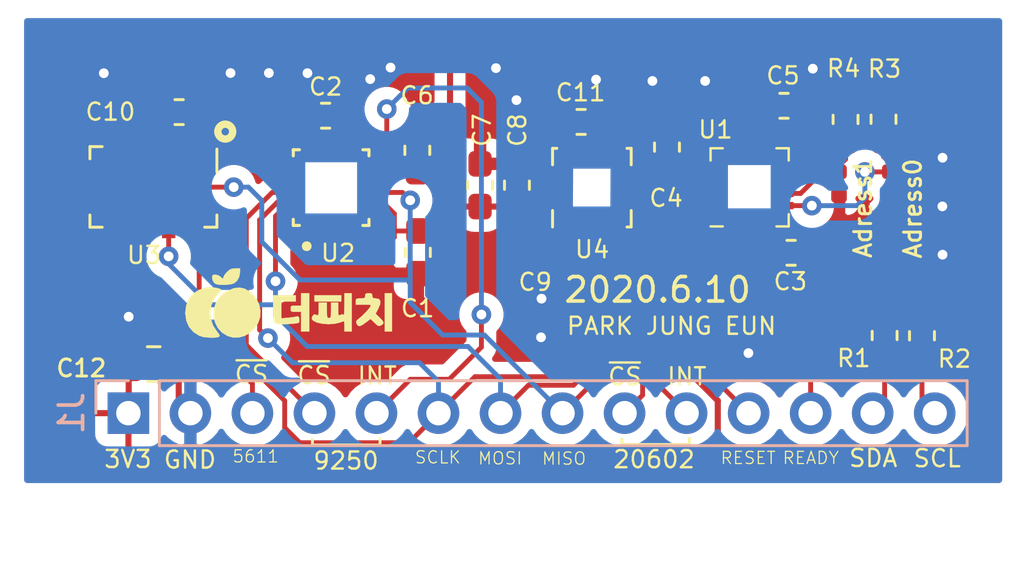
<source format=kicad_pcb>
(kicad_pcb (version 20171130) (host pcbnew "(5.1.6)-1")

  (general
    (thickness 1.6)
    (drawings 30)
    (tracks 340)
    (zones 0)
    (modules 24)
    (nets 28)
  )

  (page A4)
  (title_block
    (title SENSORS)
    (date 2020-06-09)
    (rev 3)
    (company THE_PEACH)
    (comment 4 "Author : Park Jung Eun")
  )

  (layers
    (0 F.Cu signal)
    (31 B.Cu signal)
    (32 B.Adhes user)
    (33 F.Adhes user)
    (34 B.Paste user)
    (35 F.Paste user)
    (36 B.SilkS user)
    (37 F.SilkS user)
    (38 B.Mask user)
    (39 F.Mask user)
    (40 Dwgs.User user)
    (41 Cmts.User user)
    (42 Eco1.User user)
    (43 Eco2.User user)
    (44 Edge.Cuts user)
    (45 Margin user)
    (46 B.CrtYd user)
    (47 F.CrtYd user)
    (48 B.Fab user)
    (49 F.Fab user)
  )

  (setup
    (last_trace_width 0.25)
    (user_trace_width 0.2)
    (user_trace_width 0.22)
    (trace_clearance 0.15)
    (zone_clearance 0.508)
    (zone_45_only no)
    (trace_min 0.2)
    (via_size 0.8)
    (via_drill 0.4)
    (via_min_size 0.4)
    (via_min_drill 0.3)
    (uvia_size 0.3)
    (uvia_drill 0.1)
    (uvias_allowed no)
    (uvia_min_size 0.2)
    (uvia_min_drill 0.1)
    (edge_width 0.05)
    (segment_width 0.2)
    (pcb_text_width 0.3)
    (pcb_text_size 1.5 1.5)
    (mod_edge_width 0.12)
    (mod_text_size 0.7 0.7)
    (mod_text_width 0.1)
    (pad_size 1.524 1.524)
    (pad_drill 0.762)
    (pad_to_mask_clearance 0.05)
    (aux_axis_origin 0 0)
    (visible_elements 7FFFFFFF)
    (pcbplotparams
      (layerselection 0x010fc_ffffffff)
      (usegerberextensions false)
      (usegerberattributes true)
      (usegerberadvancedattributes true)
      (creategerberjobfile true)
      (excludeedgelayer true)
      (linewidth 0.100000)
      (plotframeref false)
      (viasonmask false)
      (mode 1)
      (useauxorigin false)
      (hpglpennumber 1)
      (hpglpenspeed 20)
      (hpglpendiameter 15.000000)
      (psnegative false)
      (psa4output false)
      (plotreference true)
      (plotvalue true)
      (plotinvisibletext false)
      (padsonsilk false)
      (subtractmaskfromsilk false)
      (outputformat 1)
      (mirror false)
      (drillshape 1)
      (scaleselection 1)
      (outputdirectory ""))
  )

  (net 0 "")
  (net 1 GND)
  (net 2 "Net-(C6-Pad1)")
  (net 3 "Net-(C11-Pad1)")
  (net 4 MISO)
  (net 5 MOSI)
  (net 6 SCLK)
  (net 7 ~CS_20602)
  (net 8 INT_20602)
  (net 9 ~CS_9250)
  (net 10 INT_9250)
  (net 11 ~CS_5611)
  (net 12 SCL)
  (net 13 READY)
  (net 14 RESET)
  (net 15 "Net-(U1-Pad7)")
  (net 16 "Net-(U2-Pad7)")
  (net 17 VDD)
  (net 18 SDA)
  (net 19 "Net-(C5-Pad1)")
  (net 20 "Net-(U1-Pad3)")
  (net 21 "Net-(U1-Pad4)")
  (net 22 "Net-(U1-Pad8)")
  (net 23 "Net-(U1-Pad12)")
  (net 24 "Net-(U2-Pad21)")
  (net 25 "Net-(U4-Pad7)")
  (net 26 "Net-(JP1-Pad1)")
  (net 27 "Net-(JP2-Pad1)")

  (net_class Default "This is the default net class."
    (clearance 0.15)
    (trace_width 0.25)
    (via_dia 0.8)
    (via_drill 0.4)
    (uvia_dia 0.3)
    (uvia_drill 0.1)
    (add_net GND)
    (add_net INT_20602)
    (add_net INT_9250)
    (add_net MISO)
    (add_net MOSI)
    (add_net "Net-(C11-Pad1)")
    (add_net "Net-(C5-Pad1)")
    (add_net "Net-(C6-Pad1)")
    (add_net "Net-(JP1-Pad1)")
    (add_net "Net-(JP2-Pad1)")
    (add_net "Net-(U1-Pad12)")
    (add_net "Net-(U1-Pad3)")
    (add_net "Net-(U1-Pad4)")
    (add_net "Net-(U1-Pad7)")
    (add_net "Net-(U1-Pad8)")
    (add_net "Net-(U2-Pad21)")
    (add_net "Net-(U2-Pad7)")
    (add_net "Net-(U4-Pad7)")
    (add_net READY)
    (add_net RESET)
    (add_net SCL)
    (add_net SCLK)
    (add_net SDA)
    (add_net VDD)
    (add_net ~CS_20602)
    (add_net ~CS_5611)
    (add_net ~CS_9250)
  )

  (module sensors:THEpeach (layer F.Cu) (tedit 0) (tstamp 5EDFDE7E)
    (at 158.65 67.55)
    (fp_text reference G*** (at 0.25 2.65) (layer F.SilkS) hide
      (effects (font (size 1.524 1.524) (thickness 0.3)))
    )
    (fp_text value LOGO (at 0.57 -2.33) (layer F.SilkS) hide
      (effects (font (size 1.524 1.524) (thickness 0.3)))
    )
    (fp_poly (pts (xy -3.031143 -0.611496) (xy -2.894828 -0.586071) (xy -2.793652 -0.552754) (xy -2.751771 -0.516117)
      (xy -2.751667 -0.514289) (xy -2.779914 -0.467569) (xy -2.850803 -0.389428) (xy -2.884021 -0.357171)
      (xy -3.059102 -0.137767) (xy -3.167713 0.118649) (xy -3.209306 0.395957) (xy -3.18333 0.678036)
      (xy -3.089236 0.948768) (xy -2.936437 1.180553) (xy -2.85217 1.289368) (xy -2.824074 1.362884)
      (xy -2.858809 1.407696) (xy -2.963038 1.430403) (xy -3.143422 1.4376) (xy -3.196167 1.437755)
      (xy -3.468427 1.416773) (xy -3.661833 1.358906) (xy -3.902447 1.203973) (xy -4.080254 0.994609)
      (xy -4.191463 0.73709) (xy -4.232284 0.437692) (xy -4.232404 0.414109) (xy -4.193724 0.111991)
      (xy -4.08433 -0.148651) (xy -3.910833 -0.360383) (xy -3.67984 -0.515774) (xy -3.397961 -0.607389)
      (xy -3.31256 -0.620396) (xy -3.178439 -0.624461) (xy -3.031143 -0.611496)) (layer F.SilkS) (width 0.01))
    (fp_poly (pts (xy -1.797946 -0.567208) (xy -1.58573 -0.442263) (xy -1.522219 -0.390822) (xy -1.325165 -0.169724)
      (xy -1.201239 0.093873) (xy -1.15441 0.337156) (xy -1.168067 0.601215) (xy -1.250343 0.844663)
      (xy -1.389383 1.058371) (xy -1.573334 1.233207) (xy -1.790343 1.360042) (xy -2.028555 1.429744)
      (xy -2.276118 1.433183) (xy -2.497667 1.371841) (xy -2.727751 1.231052) (xy -2.899634 1.042153)
      (xy -3.013268 0.818566) (xy -3.068609 0.573713) (xy -3.06561 0.321016) (xy -3.004227 0.073897)
      (xy -2.884413 -0.154222) (xy -2.706124 -0.349919) (xy -2.503967 -0.483075) (xy -2.244127 -0.586398)
      (xy -2.013099 -0.614848) (xy -1.797946 -0.567208)) (layer F.SilkS) (width 0.01))
    (fp_poly (pts (xy 0.846667 1.185333) (xy 0.508 1.185333) (xy 0.508 0.381) (xy 0.296333 0.381)
      (xy 0.171032 0.378225) (xy 0.108548 0.361165) (xy 0.087043 0.316715) (xy 0.084667 0.254)
      (xy 0.089291 0.178819) (xy 0.117724 0.141329) (xy 0.191807 0.128426) (xy 0.296333 0.127)
      (xy 0.508 0.127) (xy 0.508 -0.381) (xy 0.846667 -0.381) (xy 0.846667 1.185333)) (layer F.SilkS) (width 0.01))
    (fp_poly (pts (xy 2.582333 1.185333) (xy 2.286 1.185333) (xy 2.286 0.973666) (xy 2.283148 0.852879)
      (xy 2.275855 0.776245) (xy 2.270156 0.762) (xy 2.224319 0.774814) (xy 2.126935 0.807179)
      (xy 2.074333 0.8255) (xy 1.866457 0.871033) (xy 1.618814 0.884368) (xy 1.369703 0.86608)
      (xy 1.157422 0.816743) (xy 1.143374 0.811547) (xy 1.004907 0.742307) (xy 0.946679 0.667232)
      (xy 0.96429 0.578317) (xy 0.992104 0.536403) (xy 1.053973 0.484043) (xy 1.129749 0.501048)
      (xy 1.13953 0.506143) (xy 1.186697 0.526686) (xy 1.213083 0.514107) (xy 1.224711 0.452725)
      (xy 1.227602 0.326859) (xy 1.227667 0.276656) (xy 1.227667 0) (xy 1.566333 0)
      (xy 1.566333 0.3175) (xy 1.568333 0.479833) (xy 1.577451 0.575081) (xy 1.598367 0.620789)
      (xy 1.635759 0.634502) (xy 1.651 0.635) (xy 1.694289 0.627501) (xy 1.719688 0.593307)
      (xy 1.731877 0.514872) (xy 1.735534 0.374652) (xy 1.735667 0.3175) (xy 1.735667 0)
      (xy 2.032 0) (xy 2.032 0.276656) (xy 2.033427 0.423974) (xy 2.04182 0.502281)
      (xy 2.063349 0.527226) (xy 2.104181 0.51446) (xy 2.12205 0.505118) (xy 2.200144 0.47876)
      (xy 2.247226 0.51238) (xy 2.248402 0.514212) (xy 2.263808 0.500225) (xy 2.2757 0.411927)
      (xy 2.283168 0.259635) (xy 2.285352 0.09525) (xy 2.286 -0.381) (xy 2.582333 -0.381)
      (xy 2.582333 1.185333)) (layer F.SilkS) (width 0.01))
    (fp_poly (pts (xy 4.233333 1.185333) (xy 3.937 1.185333) (xy 3.937 -0.381) (xy 4.233333 -0.381)
      (xy 4.233333 1.185333)) (layer F.SilkS) (width 0.01))
    (fp_poly (pts (xy 3.381032 -0.373093) (xy 3.422052 -0.337511) (xy 3.429 -0.275167) (xy 3.440152 -0.203455)
      (xy 3.490241 -0.174204) (xy 3.57636 -0.169334) (xy 3.698866 -0.142704) (xy 3.755583 -0.063238)
      (xy 3.74637 0.06843) (xy 3.67119 0.251456) (xy 3.564608 0.456889) (xy 3.729637 0.618035)
      (xy 3.839508 0.734534) (xy 3.884962 0.814913) (xy 3.868841 0.87448) (xy 3.793986 0.928542)
      (xy 3.787882 0.931842) (xy 3.721114 0.960264) (xy 3.664669 0.953222) (xy 3.593412 0.901194)
      (xy 3.517814 0.82955) (xy 3.354531 0.670108) (xy 3.15569 0.821887) (xy 3.01103 0.922925)
      (xy 2.911384 0.964927) (xy 2.842832 0.949649) (xy 2.791458 0.878847) (xy 2.786584 0.868462)
      (xy 2.762682 0.791637) (xy 2.787647 0.733237) (xy 2.861575 0.669678) (xy 2.988078 0.562919)
      (xy 3.122698 0.43313) (xy 3.24335 0.303208) (xy 3.327952 0.196051) (xy 3.344598 0.168837)
      (xy 3.36252 0.126174) (xy 3.349508 0.101066) (xy 3.290474 0.088876) (xy 3.170326 0.084966)
      (xy 3.070656 0.084666) (xy 2.751667 0.084666) (xy 2.751667 -0.042334) (xy 2.757189 -0.120428)
      (xy 2.789074 -0.157416) (xy 2.870298 -0.168616) (xy 2.942167 -0.169334) (xy 3.05972 -0.17372)
      (xy 3.115416 -0.195282) (xy 3.131939 -0.246622) (xy 3.132667 -0.275167) (xy 3.143737 -0.346738)
      (xy 3.193552 -0.376038) (xy 3.280833 -0.381) (xy 3.381032 -0.373093)) (layer F.SilkS) (width 0.01))
    (fp_poly (pts (xy 0.296333 -0.042334) (xy -0.296333 -0.042334) (xy -0.296333 0.644863) (xy -0.03175 0.622954)
      (xy 0.124042 0.6067) (xy 0.256459 0.587046) (xy 0.322484 0.572216) (xy 0.390014 0.565802)
      (xy 0.424858 0.617651) (xy 0.435644 0.663276) (xy 0.440039 0.763796) (xy 0.418989 0.82447)
      (xy 0.362018 0.843229) (xy 0.240286 0.860966) (xy 0.073689 0.875281) (xy -0.057042 0.881909)
      (xy -0.261797 0.887316) (xy -0.399482 0.884215) (xy -0.487433 0.870729) (xy -0.542987 0.84498)
      (xy -0.563954 0.826998) (xy -0.59464 0.782677) (xy -0.615284 0.712238) (xy -0.627688 0.60055)
      (xy -0.633651 0.432481) (xy -0.635 0.229809) (xy -0.635 -0.296334) (xy 0.296333 -0.296334)
      (xy 0.296333 -0.042334)) (layer F.SilkS) (width 0.01))
    (fp_poly (pts (xy 2.159 -0.042334) (xy 1.058333 -0.042334) (xy 1.058333 -0.296334) (xy 2.159 -0.296334)
      (xy 2.159 -0.042334)) (layer F.SilkS) (width 0.01))
    (fp_poly (pts (xy -1.989667 -1.246732) (xy -2.023183 -1.05019) (xy -2.115297 -0.886332) (xy -2.238415 -0.785883)
      (xy -2.363278 -0.748173) (xy -2.547394 -0.727487) (xy -2.663996 -0.72463) (xy -2.838205 -0.730084)
      (xy -2.950825 -0.748335) (xy -3.02456 -0.784234) (xy -3.050964 -0.807298) (xy -3.111531 -0.909853)
      (xy -3.132667 -1.016) (xy -3.122177 -1.105955) (xy -3.072697 -1.13911) (xy -3.005667 -1.143001)
      (xy -2.881365 -1.114294) (xy -2.794 -1.058334) (xy -2.715341 -0.988573) (xy -2.676992 -0.983828)
      (xy -2.667 -1.0414) (xy -2.638756 -1.109821) (xy -2.567202 -1.205656) (xy -2.523067 -1.253067)
      (xy -2.415884 -1.345817) (xy -2.314171 -1.387665) (xy -2.1844 -1.397) (xy -1.989667 -1.397)
      (xy -1.989667 -1.246732)) (layer F.SilkS) (width 0.01))
  )

  (module Capacitor_SMD:C_0805_2012Metric_Pad1.15x1.40mm_HandSolder (layer F.Cu) (tedit 5B36C52B) (tstamp 5EDF75FC)
    (at 153.125 70.07 180)
    (descr "Capacitor SMD 0805 (2012 Metric), square (rectangular) end terminal, IPC_7351 nominal with elongated pad for handsoldering. (Body size source: https://docs.google.com/spreadsheets/d/1BsfQQcO9C6DZCsRaXUlFlo91Tg2WpOkGARC1WS5S8t0/edit?usp=sharing), generated with kicad-footprint-generator")
    (tags "capacitor handsolder")
    (path /5EE9CEE2)
    (attr smd)
    (fp_text reference C12 (at 2.965 -0.17 180) (layer F.SilkS)
      (effects (font (size 0.7 0.7) (thickness 0.12)))
    )
    (fp_text value C (at 0 1.65) (layer F.Fab)
      (effects (font (size 1 1) (thickness 0.15)))
    )
    (fp_line (start -1 0.6) (end -1 -0.6) (layer F.Fab) (width 0.1))
    (fp_line (start -1 -0.6) (end 1 -0.6) (layer F.Fab) (width 0.1))
    (fp_line (start 1 -0.6) (end 1 0.6) (layer F.Fab) (width 0.1))
    (fp_line (start 1 0.6) (end -1 0.6) (layer F.Fab) (width 0.1))
    (fp_line (start -0.261252 -0.71) (end 0.261252 -0.71) (layer F.SilkS) (width 0.12))
    (fp_line (start -0.261252 0.71) (end 0.261252 0.71) (layer F.SilkS) (width 0.12))
    (fp_line (start -1.85 0.95) (end -1.85 -0.95) (layer F.CrtYd) (width 0.05))
    (fp_line (start -1.85 -0.95) (end 1.85 -0.95) (layer F.CrtYd) (width 0.05))
    (fp_line (start 1.85 -0.95) (end 1.85 0.95) (layer F.CrtYd) (width 0.05))
    (fp_line (start 1.85 0.95) (end -1.85 0.95) (layer F.CrtYd) (width 0.05))
    (fp_text user %R (at 0 0) (layer F.Fab)
      (effects (font (size 0.5 0.5) (thickness 0.08)))
    )
    (pad 2 smd roundrect (at 1.025 0 180) (size 1.15 1.4) (layers F.Cu F.Paste F.Mask) (roundrect_rratio 0.217391)
      (net 17 VDD))
    (pad 1 smd roundrect (at -1.025 0 180) (size 1.15 1.4) (layers F.Cu F.Paste F.Mask) (roundrect_rratio 0.217391)
      (net 1 GND))
    (model ${KISYS3DMOD}/Capacitor_SMD.3dshapes/C_0805_2012Metric.wrl
      (at (xyz 0 0 0))
      (scale (xyz 1 1 1))
      (rotate (xyz 0 0 0))
    )
  )

  (module Capacitor_SMD:C_0402_1005Metric (layer F.Cu) (tedit 5B301BBE) (tstamp 5EDEE73D)
    (at 181.19 62.68 270)
    (descr "Capacitor SMD 0402 (1005 Metric), square (rectangular) end terminal, IPC_7351 nominal, (Body size source: http://www.tortai-tech.com/upload/download/2011102023233369053.pdf), generated with kicad-footprint-generator")
    (tags capacitor)
    (path /5EE16ACC)
    (attr smd)
    (fp_text reference Adress1 (at 1 -0.98 90) (layer F.SilkS)
      (effects (font (size 0.7 0.7) (thickness 0.12)))
    )
    (fp_text value Jumper (at 0 1.17 90) (layer F.Fab)
      (effects (font (size 1 1) (thickness 0.15)))
    )
    (fp_line (start -0.5 0.25) (end -0.5 -0.25) (layer F.Fab) (width 0.1))
    (fp_line (start -0.5 -0.25) (end 0.5 -0.25) (layer F.Fab) (width 0.1))
    (fp_line (start 0.5 -0.25) (end 0.5 0.25) (layer F.Fab) (width 0.1))
    (fp_line (start 0.5 0.25) (end -0.5 0.25) (layer F.Fab) (width 0.1))
    (fp_line (start -0.93 0.47) (end -0.93 -0.47) (layer F.CrtYd) (width 0.05))
    (fp_line (start -0.93 -0.47) (end 0.93 -0.47) (layer F.CrtYd) (width 0.05))
    (fp_line (start 0.93 -0.47) (end 0.93 0.47) (layer F.CrtYd) (width 0.05))
    (fp_line (start 0.93 0.47) (end -0.93 0.47) (layer F.CrtYd) (width 0.05))
    (fp_text user %R (at 0 0 90) (layer F.Fab)
      (effects (font (size 0.25 0.25) (thickness 0.04)))
    )
    (pad 2 smd roundrect (at 0.485 0 270) (size 0.59 0.64) (layers F.Cu F.Paste F.Mask) (roundrect_rratio 0.25)
      (net 1 GND))
    (pad 1 smd roundrect (at -0.485 0 270) (size 0.59 0.64) (layers F.Cu F.Paste F.Mask) (roundrect_rratio 0.25)
      (net 27 "Net-(JP2-Pad1)"))
    (model ${KISYS3DMOD}/Capacitor_SMD.3dshapes/C_0402_1005Metric.wrl
      (at (xyz 0 0 0))
      (scale (xyz 1 1 1))
      (rotate (xyz 0 0 0))
    )
  )

  (module Capacitor_SMD:C_0402_1005Metric (layer F.Cu) (tedit 5B301BBE) (tstamp 5EDEE72F)
    (at 183.27 62.675 270)
    (descr "Capacitor SMD 0402 (1005 Metric), square (rectangular) end terminal, IPC_7351 nominal, (Body size source: http://www.tortai-tech.com/upload/download/2011102023233369053.pdf), generated with kicad-footprint-generator")
    (tags capacitor)
    (path /5EE16585)
    (attr smd)
    (fp_text reference Adress0 (at 1.025 -0.94 90) (layer F.SilkS)
      (effects (font (size 0.7 0.7) (thickness 0.12)))
    )
    (fp_text value Jumper (at 0 1.17 90) (layer F.Fab)
      (effects (font (size 1 1) (thickness 0.15)))
    )
    (fp_line (start -0.5 0.25) (end -0.5 -0.25) (layer F.Fab) (width 0.1))
    (fp_line (start -0.5 -0.25) (end 0.5 -0.25) (layer F.Fab) (width 0.1))
    (fp_line (start 0.5 -0.25) (end 0.5 0.25) (layer F.Fab) (width 0.1))
    (fp_line (start 0.5 0.25) (end -0.5 0.25) (layer F.Fab) (width 0.1))
    (fp_line (start -0.93 0.47) (end -0.93 -0.47) (layer F.CrtYd) (width 0.05))
    (fp_line (start -0.93 -0.47) (end 0.93 -0.47) (layer F.CrtYd) (width 0.05))
    (fp_line (start 0.93 -0.47) (end 0.93 0.47) (layer F.CrtYd) (width 0.05))
    (fp_line (start 0.93 0.47) (end -0.93 0.47) (layer F.CrtYd) (width 0.05))
    (fp_text user %R (at 0 0 90) (layer F.Fab)
      (effects (font (size 0.25 0.25) (thickness 0.04)))
    )
    (pad 2 smd roundrect (at 0.485 0 270) (size 0.59 0.64) (layers F.Cu F.Paste F.Mask) (roundrect_rratio 0.25)
      (net 1 GND))
    (pad 1 smd roundrect (at -0.485 0 270) (size 0.59 0.64) (layers F.Cu F.Paste F.Mask) (roundrect_rratio 0.25)
      (net 26 "Net-(JP1-Pad1)"))
    (model ${KISYS3DMOD}/Capacitor_SMD.3dshapes/C_0402_1005Metric.wrl
      (at (xyz 0 0 0))
      (scale (xyz 1 1 1))
      (rotate (xyz 0 0 0))
    )
  )

  (module Capacitor_SMD:C_0603_1608Metric_Pad1.05x0.95mm_HandSolder (layer F.Cu) (tedit 5B301BBE) (tstamp 5ECE1412)
    (at 174.14494 61.18482 90)
    (descr "Capacitor SMD 0603 (1608 Metric), square (rectangular) end terminal, IPC_7351 nominal with elongated pad for handsoldering. (Body size source: http://www.tortai-tech.com/upload/download/2011102023233369053.pdf), generated with kicad-footprint-generator")
    (tags "capacitor handsolder")
    (path /5ED46097)
    (attr smd)
    (fp_text reference C4 (at -2.08912 -0.0381 180) (layer F.SilkS)
      (effects (font (size 0.7 0.7) (thickness 0.1)))
    )
    (fp_text value 0u1 (at 0 1.43 90) (layer F.Fab)
      (effects (font (size 1 1) (thickness 0.15)))
    )
    (fp_line (start -0.8 0.4) (end -0.8 -0.4) (layer F.Fab) (width 0.1))
    (fp_line (start -0.8 -0.4) (end 0.8 -0.4) (layer F.Fab) (width 0.1))
    (fp_line (start 0.8 -0.4) (end 0.8 0.4) (layer F.Fab) (width 0.1))
    (fp_line (start 0.8 0.4) (end -0.8 0.4) (layer F.Fab) (width 0.1))
    (fp_line (start -0.171267 -0.51) (end 0.171267 -0.51) (layer F.SilkS) (width 0.12))
    (fp_line (start -0.171267 0.51) (end 0.171267 0.51) (layer F.SilkS) (width 0.12))
    (fp_line (start -1.65 0.73) (end -1.65 -0.73) (layer F.CrtYd) (width 0.05))
    (fp_line (start -1.65 -0.73) (end 1.65 -0.73) (layer F.CrtYd) (width 0.05))
    (fp_line (start 1.65 -0.73) (end 1.65 0.73) (layer F.CrtYd) (width 0.05))
    (fp_line (start 1.65 0.73) (end -1.65 0.73) (layer F.CrtYd) (width 0.05))
    (fp_text user %R (at 0 0 90) (layer F.Fab)
      (effects (font (size 0.4 0.4) (thickness 0.06)))
    )
    (pad 1 smd roundrect (at -0.875 0 90) (size 1.05 0.95) (layers F.Cu F.Paste F.Mask) (roundrect_rratio 0.25)
      (net 17 VDD))
    (pad 2 smd roundrect (at 0.875 0 90) (size 1.05 0.95) (layers F.Cu F.Paste F.Mask) (roundrect_rratio 0.25)
      (net 1 GND))
    (model ${KISYS3DMOD}/Capacitor_SMD.3dshapes/C_0603_1608Metric.wrl
      (at (xyz 0 0 0))
      (scale (xyz 1 1 1))
      (rotate (xyz 0 0 0))
    )
  )

  (module sensors:LGA-8_3x5mm_P1.25mm (layer F.Cu) (tedit 5ED0D46A) (tstamp 5ECE154C)
    (at 153.11254 62.81456 270)
    (descr LGA-8)
    (tags "lga land grid array")
    (path /5ECB8261)
    (attr smd)
    (fp_text reference U3 (at 2.79544 0.38254 180) (layer F.SilkS)
      (effects (font (size 0.7 0.7) (thickness 0.1)))
    )
    (fp_text value MS5611-01BA (at 0 3.65 90) (layer F.Fab)
      (effects (font (size 1 1) (thickness 0.15)))
    )
    (fp_line (start 1.8 2.75) (end -1.8 2.75) (layer F.CrtYd) (width 0.05))
    (fp_line (start 1.8 2.75) (end 1.8 -2.75) (layer F.CrtYd) (width 0.05))
    (fp_line (start -1.8 -2.75) (end -1.8 2.75) (layer F.CrtYd) (width 0.05))
    (fp_line (start -1.8 -2.75) (end 1.8 -2.75) (layer F.CrtYd) (width 0.05))
    (fp_line (start -1.55 -2.6) (end -0.6 -2.6) (layer F.SilkS) (width 0.12))
    (fp_line (start -1.65 2.6) (end -1.65 2.1) (layer F.SilkS) (width 0.12))
    (fp_line (start -1.15 2.6) (end -1.65 2.6) (layer F.SilkS) (width 0.12))
    (fp_line (start 1.65 2.6) (end 1.15 2.6) (layer F.SilkS) (width 0.12))
    (fp_line (start 1.65 2.1) (end 1.65 2.6) (layer F.SilkS) (width 0.12))
    (fp_line (start 1.65 -2.6) (end 1.65 -2.1) (layer F.SilkS) (width 0.12))
    (fp_line (start 1.15 -2.6) (end 1.65 -2.6) (layer F.SilkS) (width 0.12))
    (fp_line (start -0.75 -2.5) (end 1.5 -2.5) (layer F.Fab) (width 0.1))
    (fp_line (start -1.5 -1.75) (end -0.75 -2.5) (layer F.Fab) (width 0.1))
    (fp_line (start -1.5 2.5) (end -1.5 -1.75) (layer F.Fab) (width 0.1))
    (fp_line (start 1.5 2.5) (end -1.5 2.5) (layer F.Fab) (width 0.1))
    (fp_line (start 1.5 -2.5) (end 1.5 2.5) (layer F.Fab) (width 0.1))
    (fp_text user %R (at 0 0 90) (layer F.Fab)
      (effects (font (size 0.5 0.5) (thickness 0.075)))
    )
    (pad 5 smd rect (at 1.35 1.875 270) (size 1.5 0.55) (layers F.Cu F.Paste F.Mask)
      (net 11 ~CS_5611))
    (pad 6 smd rect (at 1.35 0.625 270) (size 1.5 0.55) (layers F.Cu F.Paste F.Mask)
      (net 4 MISO))
    (pad 7 smd rect (at 1.35 -0.625 270) (size 1.5 0.55) (layers F.Cu F.Paste F.Mask)
      (net 5 MOSI))
    (pad 8 smd rect (at 1.35 -1.875 270) (size 1.5 0.55) (layers F.Cu F.Paste F.Mask)
      (net 6 SCLK))
    (pad 3 smd rect (at -1.35 0.625 270) (size 1.5 0.55) (layers F.Cu F.Paste F.Mask)
      (net 1 GND))
    (pad 2 smd rect (at -1.35 -0.625 270) (size 1.5 0.55) (layers F.Cu F.Paste F.Mask)
      (net 1 GND))
    (pad 1 smd rect (at -1.35 -1.875 270) (size 1.5 0.55) (layers F.Cu F.Paste F.Mask)
      (net 17 VDD))
    (pad 4 smd rect (at -1.35 1.875 270) (size 1.5 0.55) (layers F.Cu F.Paste F.Mask)
      (net 11 ~CS_5611))
    (model ${KISYS3DMOD}/Package_LGA.3dshapes/LGA-8_3x5mm_P1.25mm.wrl
      (at (xyz 0 0 0))
      (scale (xyz 1 1 1))
      (rotate (xyz 0 0 0))
    )
  )

  (module Capacitor_SMD:C_0603_1608Metric_Pad1.05x0.95mm_HandSolder (layer F.Cu) (tedit 5B301BBE) (tstamp 5ECE1423)
    (at 154.16494 59.75064 180)
    (descr "Capacitor SMD 0603 (1608 Metric), square (rectangular) end terminal, IPC_7351 nominal with elongated pad for handsoldering. (Body size source: http://www.tortai-tech.com/upload/download/2011102023233369053.pdf), generated with kicad-footprint-generator")
    (tags "capacitor handsolder")
    (path /5ED0A97E)
    (attr smd)
    (fp_text reference C10 (at 2.81494 0.01064) (layer F.SilkS)
      (effects (font (size 0.7 0.7) (thickness 0.1)))
    )
    (fp_text value 100n (at 0 1.43 90) (layer F.Fab)
      (effects (font (size 1 1) (thickness 0.15)))
    )
    (fp_line (start -0.8 0.4) (end -0.8 -0.4) (layer F.Fab) (width 0.1))
    (fp_line (start -0.8 -0.4) (end 0.8 -0.4) (layer F.Fab) (width 0.1))
    (fp_line (start 0.8 -0.4) (end 0.8 0.4) (layer F.Fab) (width 0.1))
    (fp_line (start 0.8 0.4) (end -0.8 0.4) (layer F.Fab) (width 0.1))
    (fp_line (start -0.171267 -0.51) (end 0.171267 -0.51) (layer F.SilkS) (width 0.12))
    (fp_line (start -0.171267 0.51) (end 0.171267 0.51) (layer F.SilkS) (width 0.12))
    (fp_line (start -1.65 0.73) (end -1.65 -0.73) (layer F.CrtYd) (width 0.05))
    (fp_line (start -1.65 -0.73) (end 1.65 -0.73) (layer F.CrtYd) (width 0.05))
    (fp_line (start 1.65 -0.73) (end 1.65 0.73) (layer F.CrtYd) (width 0.05))
    (fp_line (start 1.65 0.73) (end -1.65 0.73) (layer F.CrtYd) (width 0.05))
    (fp_text user %R (at 0 0) (layer F.Fab)
      (effects (font (size 0.4 0.4) (thickness 0.06)))
    )
    (pad 1 smd roundrect (at -0.875 0 180) (size 1.05 0.95) (layers F.Cu F.Paste F.Mask) (roundrect_rratio 0.25)
      (net 17 VDD))
    (pad 2 smd roundrect (at 0.875 0 180) (size 1.05 0.95) (layers F.Cu F.Paste F.Mask) (roundrect_rratio 0.25)
      (net 1 GND))
    (model ${KISYS3DMOD}/Capacitor_SMD.3dshapes/C_0603_1608Metric.wrl
      (at (xyz 0 0 0))
      (scale (xyz 1 1 1))
      (rotate (xyz 0 0 0))
    )
  )

  (module sensors:QFN40P300X300X105-24N (layer F.Cu) (tedit 5ECCDC42) (tstamp 5ECE14E4)
    (at 160.39084 62.84214 90)
    (path /5ECBEF3F)
    (fp_text reference U2 (at -2.68198 0.28416 180) (layer F.SilkS)
      (effects (font (size 0.7 0.7) (thickness 0.1)))
    )
    (fp_text value MPU-9250 (at -0.215 2.79 90) (layer F.Fab)
      (effects (font (size 1.000488 1.000488) (thickness 0.015)))
    )
    (fp_poly (pts (xy -0.85 -0.77) (xy 0.85 -0.77) (xy 0.85 0.77) (xy -0.85 0.77)) (layer Dwgs.User) (width 0.01))
    (fp_poly (pts (xy -0.85 -0.77) (xy 0.85 -0.77) (xy 0.85 0.77) (xy -0.85 0.77)) (layer Dwgs.User) (width 0.01))
    (fp_circle (center -1.2 -1.1) (end -1.1 -1.1) (layer F.Fab) (width 0.2))
    (fp_circle (center -2.4 -1) (end -2.3 -1) (layer F.SilkS) (width 0.2))
    (fp_line (start -2.12 2.12) (end -2.12 -2.12) (layer F.CrtYd) (width 0.05))
    (fp_line (start 2.12 2.12) (end -2.12 2.12) (layer F.CrtYd) (width 0.05))
    (fp_line (start 2.12 -2.12) (end 2.12 2.12) (layer F.CrtYd) (width 0.05))
    (fp_line (start -2.12 -2.12) (end 2.12 -2.12) (layer F.CrtYd) (width 0.05))
    (fp_line (start -1.55 1.55) (end -1.3 1.55) (layer F.SilkS) (width 0.127))
    (fp_line (start -1.55 1.3) (end -1.55 1.55) (layer F.SilkS) (width 0.127))
    (fp_line (start 1.55 1.55) (end 1.3 1.55) (layer F.SilkS) (width 0.127))
    (fp_line (start 1.55 1.3) (end 1.55 1.55) (layer F.SilkS) (width 0.127))
    (fp_line (start 1.55 -1.55) (end 1.55 -1.3) (layer F.SilkS) (width 0.127))
    (fp_line (start 1.3 -1.55) (end 1.55 -1.55) (layer F.SilkS) (width 0.127))
    (fp_line (start -1.55 -1.55) (end -1.55 -1.3) (layer F.SilkS) (width 0.127))
    (fp_line (start -1.3 -1.55) (end -1.55 -1.55) (layer F.SilkS) (width 0.127))
    (fp_line (start -1.55 1.55) (end -1.55 -1.55) (layer F.Fab) (width 0.127))
    (fp_line (start 1.55 1.55) (end -1.55 1.55) (layer F.Fab) (width 0.127))
    (fp_line (start 1.55 -1.55) (end 1.55 1.55) (layer F.Fab) (width 0.127))
    (fp_line (start -1.55 -1.55) (end 1.55 -1.55) (layer F.Fab) (width 0.127))
    (pad 1 smd rect (at -1.545 -1 90) (size 0.64 0.22) (layers F.Cu F.Paste F.Mask)
      (net 17 VDD))
    (pad 2 smd rect (at -1.545 -0.6 90) (size 0.64 0.22) (layers F.Cu F.Paste F.Mask))
    (pad 3 smd rect (at -1.545 -0.2 90) (size 0.64 0.22) (layers F.Cu F.Paste F.Mask))
    (pad 4 smd rect (at -1.545 0.2 90) (size 0.64 0.22) (layers F.Cu F.Paste F.Mask))
    (pad 5 smd rect (at -1.545 0.6 90) (size 0.64 0.22) (layers F.Cu F.Paste F.Mask))
    (pad 6 smd rect (at -1.545 1 90) (size 0.64 0.22) (layers F.Cu F.Paste F.Mask))
    (pad 7 smd rect (at -1 1.545 90) (size 0.22 0.64) (layers F.Cu F.Paste F.Mask)
      (net 16 "Net-(U2-Pad7)"))
    (pad 8 smd rect (at -0.6 1.545 90) (size 0.22 0.64) (layers F.Cu F.Paste F.Mask)
      (net 17 VDD))
    (pad 9 smd rect (at -0.2 1.545 90) (size 0.22 0.64) (layers F.Cu F.Paste F.Mask)
      (net 4 MISO))
    (pad 10 smd rect (at 0.2 1.545 90) (size 0.22 0.64) (layers F.Cu F.Paste F.Mask)
      (net 2 "Net-(C6-Pad1)"))
    (pad 11 smd rect (at 0.6 1.545 90) (size 0.22 0.64) (layers F.Cu F.Paste F.Mask)
      (net 1 GND))
    (pad 12 smd rect (at 1 1.545 90) (size 0.22 0.64) (layers F.Cu F.Paste F.Mask)
      (net 10 INT_9250))
    (pad 13 smd rect (at 1.545 1 90) (size 0.64 0.22) (layers F.Cu F.Paste F.Mask)
      (net 17 VDD))
    (pad 14 smd rect (at 1.545 0.6 90) (size 0.64 0.22) (layers F.Cu F.Paste F.Mask))
    (pad 15 smd rect (at 1.545 0.2 90) (size 0.64 0.22) (layers F.Cu F.Paste F.Mask))
    (pad 16 smd rect (at 1.545 -0.2 90) (size 0.64 0.22) (layers F.Cu F.Paste F.Mask))
    (pad 17 smd rect (at 1.545 -0.6 90) (size 0.64 0.22) (layers F.Cu F.Paste F.Mask))
    (pad 18 smd rect (at 1.545 -1 90) (size 0.64 0.22) (layers F.Cu F.Paste F.Mask)
      (net 1 GND))
    (pad 19 smd rect (at 1 -1.545 90) (size 0.22 0.64) (layers F.Cu F.Paste F.Mask))
    (pad 20 smd rect (at 0.6 -1.545 90) (size 0.22 0.64) (layers F.Cu F.Paste F.Mask)
      (net 1 GND))
    (pad 21 smd rect (at 0.2 -1.545 90) (size 0.22 0.64) (layers F.Cu F.Paste F.Mask)
      (net 24 "Net-(U2-Pad21)"))
    (pad 22 smd rect (at -0.2 -1.545 90) (size 0.22 0.64) (layers F.Cu F.Paste F.Mask)
      (net 9 ~CS_9250))
    (pad 23 smd rect (at -0.6 -1.545 90) (size 0.22 0.64) (layers F.Cu F.Paste F.Mask)
      (net 6 SCLK))
    (pad 24 smd rect (at -1 -1.545 90) (size 0.22 0.64) (layers F.Cu F.Paste F.Mask)
      (net 5 MOSI))
    (model ${KIPRJMOD}/sensors.pretty/MPU-9250--3D.STEP
      (at (xyz 0 0 0))
      (scale (xyz 1 1 1))
      (rotate (xyz 90 180 0))
    )
  )

  (module Capacitor_SMD:C_0603_1608Metric_Pad1.05x0.95mm_HandSolder (layer F.Cu) (tedit 5B301BBE) (tstamp 5ECE1434)
    (at 178.93718 59.49222)
    (descr "Capacitor SMD 0603 (1608 Metric), square (rectangular) end terminal, IPC_7351 nominal with elongated pad for handsoldering. (Body size source: http://www.tortai-tech.com/upload/download/2011102023233369053.pdf), generated with kicad-footprint-generator")
    (tags "capacitor handsolder")
    (path /5ED45659)
    (attr smd)
    (fp_text reference C5 (at -0.04244 -1.23478) (layer F.SilkS)
      (effects (font (size 0.7 0.7) (thickness 0.1)))
    )
    (fp_text value 4u7 (at 0 1.43) (layer F.Fab)
      (effects (font (size 1 1) (thickness 0.15)))
    )
    (fp_line (start -0.8 0.4) (end -0.8 -0.4) (layer F.Fab) (width 0.1))
    (fp_line (start -0.8 -0.4) (end 0.8 -0.4) (layer F.Fab) (width 0.1))
    (fp_line (start 0.8 -0.4) (end 0.8 0.4) (layer F.Fab) (width 0.1))
    (fp_line (start 0.8 0.4) (end -0.8 0.4) (layer F.Fab) (width 0.1))
    (fp_line (start -0.171267 -0.51) (end 0.171267 -0.51) (layer F.SilkS) (width 0.12))
    (fp_line (start -0.171267 0.51) (end 0.171267 0.51) (layer F.SilkS) (width 0.12))
    (fp_line (start -1.65 0.73) (end -1.65 -0.73) (layer F.CrtYd) (width 0.05))
    (fp_line (start -1.65 -0.73) (end 1.65 -0.73) (layer F.CrtYd) (width 0.05))
    (fp_line (start 1.65 -0.73) (end 1.65 0.73) (layer F.CrtYd) (width 0.05))
    (fp_line (start 1.65 0.73) (end -1.65 0.73) (layer F.CrtYd) (width 0.05))
    (fp_text user %R (at 0 0) (layer F.Fab)
      (effects (font (size 0.4 0.4) (thickness 0.06)))
    )
    (pad 1 smd roundrect (at -0.875 0) (size 1.05 0.95) (layers F.Cu F.Paste F.Mask) (roundrect_rratio 0.25)
      (net 19 "Net-(C5-Pad1)"))
    (pad 2 smd roundrect (at 0.875 0) (size 1.05 0.95) (layers F.Cu F.Paste F.Mask) (roundrect_rratio 0.25)
      (net 1 GND))
    (model ${KISYS3DMOD}/Capacitor_SMD.3dshapes/C_0603_1608Metric.wrl
      (at (xyz 0 0 0))
      (scale (xyz 1 1 1))
      (rotate (xyz 0 0 0))
    )
  )

  (module Capacitor_SMD:C_0603_1608Metric_Pad1.05x0.95mm_HandSolder (layer F.Cu) (tedit 5B301BBE) (tstamp 5ECE13F0)
    (at 170.62828 60.15228)
    (descr "Capacitor SMD 0603 (1608 Metric), square (rectangular) end terminal, IPC_7351 nominal with elongated pad for handsoldering. (Body size source: http://www.tortai-tech.com/upload/download/2011102023233369053.pdf), generated with kicad-footprint-generator")
    (tags "capacitor handsolder")
    (path /5ECE0276)
    (attr smd)
    (fp_text reference C11 (at -0.02376 -1.20388) (layer F.SilkS)
      (effects (font (size 0.7 0.7) (thickness 0.1)))
    )
    (fp_text value 0u1 (at 0 1.43) (layer F.Fab)
      (effects (font (size 1 1) (thickness 0.15)))
    )
    (fp_line (start 1.65 0.73) (end -1.65 0.73) (layer F.CrtYd) (width 0.05))
    (fp_line (start 1.65 -0.73) (end 1.65 0.73) (layer F.CrtYd) (width 0.05))
    (fp_line (start -1.65 -0.73) (end 1.65 -0.73) (layer F.CrtYd) (width 0.05))
    (fp_line (start -1.65 0.73) (end -1.65 -0.73) (layer F.CrtYd) (width 0.05))
    (fp_line (start -0.171267 0.51) (end 0.171267 0.51) (layer F.SilkS) (width 0.12))
    (fp_line (start -0.171267 -0.51) (end 0.171267 -0.51) (layer F.SilkS) (width 0.12))
    (fp_line (start 0.8 0.4) (end -0.8 0.4) (layer F.Fab) (width 0.1))
    (fp_line (start 0.8 -0.4) (end 0.8 0.4) (layer F.Fab) (width 0.1))
    (fp_line (start -0.8 -0.4) (end 0.8 -0.4) (layer F.Fab) (width 0.1))
    (fp_line (start -0.8 0.4) (end -0.8 -0.4) (layer F.Fab) (width 0.1))
    (fp_text user %R (at 0 0) (layer F.Fab)
      (effects (font (size 0.4 0.4) (thickness 0.06)))
    )
    (pad 2 smd roundrect (at 0.875 0) (size 1.05 0.95) (layers F.Cu F.Paste F.Mask) (roundrect_rratio 0.25)
      (net 1 GND))
    (pad 1 smd roundrect (at -0.875 0) (size 1.05 0.95) (layers F.Cu F.Paste F.Mask) (roundrect_rratio 0.25)
      (net 3 "Net-(C11-Pad1)"))
    (model ${KISYS3DMOD}/Capacitor_SMD.3dshapes/C_0603_1608Metric.wrl
      (at (xyz 0 0 0))
      (scale (xyz 1 1 1))
      (rotate (xyz 0 0 0))
    )
  )

  (module Capacitor_SMD:C_0603_1608Metric_Pad1.05x0.95mm_HandSolder (layer F.Cu) (tedit 5B301BBE) (tstamp 5ECE1401)
    (at 179.22718 65.51222)
    (descr "Capacitor SMD 0603 (1608 Metric), square (rectangular) end terminal, IPC_7351 nominal with elongated pad for handsoldering. (Body size source: http://www.tortai-tech.com/upload/download/2011102023233369053.pdf), generated with kicad-footprint-generator")
    (tags "capacitor handsolder")
    (path /5ED45CBD)
    (attr smd)
    (fp_text reference C3 (at -0.03018 1.17548) (layer F.SilkS)
      (effects (font (size 0.7 0.7) (thickness 0.1)))
    )
    (fp_text value 0u1 (at 0 1.43) (layer F.Fab)
      (effects (font (size 1 1) (thickness 0.15)))
    )
    (fp_line (start -0.8 0.4) (end -0.8 -0.4) (layer F.Fab) (width 0.1))
    (fp_line (start -0.8 -0.4) (end 0.8 -0.4) (layer F.Fab) (width 0.1))
    (fp_line (start 0.8 -0.4) (end 0.8 0.4) (layer F.Fab) (width 0.1))
    (fp_line (start 0.8 0.4) (end -0.8 0.4) (layer F.Fab) (width 0.1))
    (fp_line (start -0.171267 -0.51) (end 0.171267 -0.51) (layer F.SilkS) (width 0.12))
    (fp_line (start -0.171267 0.51) (end 0.171267 0.51) (layer F.SilkS) (width 0.12))
    (fp_line (start -1.65 0.73) (end -1.65 -0.73) (layer F.CrtYd) (width 0.05))
    (fp_line (start -1.65 -0.73) (end 1.65 -0.73) (layer F.CrtYd) (width 0.05))
    (fp_line (start 1.65 -0.73) (end 1.65 0.73) (layer F.CrtYd) (width 0.05))
    (fp_line (start 1.65 0.73) (end -1.65 0.73) (layer F.CrtYd) (width 0.05))
    (fp_text user %R (at 0 0) (layer F.Fab)
      (effects (font (size 0.4 0.4) (thickness 0.06)))
    )
    (pad 1 smd roundrect (at -0.875 0) (size 1.05 0.95) (layers F.Cu F.Paste F.Mask) (roundrect_rratio 0.25)
      (net 17 VDD))
    (pad 2 smd roundrect (at 0.875 0) (size 1.05 0.95) (layers F.Cu F.Paste F.Mask) (roundrect_rratio 0.25)
      (net 1 GND))
    (model ${KISYS3DMOD}/Capacitor_SMD.3dshapes/C_0603_1608Metric.wrl
      (at (xyz 0 0 0))
      (scale (xyz 1 1 1))
      (rotate (xyz 0 0 0))
    )
  )

  (module Resistor_SMD:R_0603_1608Metric_Pad1.05x0.95mm_HandSolder (layer F.Cu) (tedit 5B301BBD) (tstamp 5ED1800B)
    (at 183.01208 60.04306 90)
    (descr "Resistor SMD 0603 (1608 Metric), square (rectangular) end terminal, IPC_7351 nominal with elongated pad for handsoldering. (Body size source: http://www.tortai-tech.com/upload/download/2011102023233369053.pdf), generated with kicad-footprint-generator")
    (tags "resistor handsolder")
    (path /5ED64F09)
    (attr smd)
    (fp_text reference R3 (at 2.06248 0.04064 180) (layer F.SilkS)
      (effects (font (size 0.7 0.7) (thickness 0.1)))
    )
    (fp_text value 5k1 (at 0 1.43 90) (layer F.Fab)
      (effects (font (size 1 1) (thickness 0.15)))
    )
    (fp_line (start 1.65 0.73) (end -1.65 0.73) (layer F.CrtYd) (width 0.05))
    (fp_line (start 1.65 -0.73) (end 1.65 0.73) (layer F.CrtYd) (width 0.05))
    (fp_line (start -1.65 -0.73) (end 1.65 -0.73) (layer F.CrtYd) (width 0.05))
    (fp_line (start -1.65 0.73) (end -1.65 -0.73) (layer F.CrtYd) (width 0.05))
    (fp_line (start -0.171267 0.51) (end 0.171267 0.51) (layer F.SilkS) (width 0.12))
    (fp_line (start -0.171267 -0.51) (end 0.171267 -0.51) (layer F.SilkS) (width 0.12))
    (fp_line (start 0.8 0.4) (end -0.8 0.4) (layer F.Fab) (width 0.1))
    (fp_line (start 0.8 -0.4) (end 0.8 0.4) (layer F.Fab) (width 0.1))
    (fp_line (start -0.8 -0.4) (end 0.8 -0.4) (layer F.Fab) (width 0.1))
    (fp_line (start -0.8 0.4) (end -0.8 -0.4) (layer F.Fab) (width 0.1))
    (fp_text user %R (at 0 0 90) (layer F.Fab)
      (effects (font (size 0.4 0.4) (thickness 0.06)))
    )
    (pad 2 smd roundrect (at 0.875 0 90) (size 1.05 0.95) (layers F.Cu F.Paste F.Mask) (roundrect_rratio 0.25)
      (net 17 VDD))
    (pad 1 smd roundrect (at -0.875 0 90) (size 1.05 0.95) (layers F.Cu F.Paste F.Mask) (roundrect_rratio 0.25)
      (net 26 "Net-(JP1-Pad1)"))
    (model ${KISYS3DMOD}/Resistor_SMD.3dshapes/R_0603_1608Metric.wrl
      (at (xyz 0 0 0))
      (scale (xyz 1 1 1))
      (rotate (xyz 0 0 0))
    )
  )

  (module sensors:LGA-16_3x3mm_P0.5mm_LayoutBorder3x5y (layer F.Cu) (tedit 5ED0DA15) (tstamp 5ED16399)
    (at 171.069 62.84468 90)
    (descr "LGA, 16 Pin (http://www.st.com/resource/en/datasheet/lis331hh.pdf), generated with kicad-footprint-generator ipc_noLead_generator.py")
    (tags "LGA NoLead")
    (path /5ECB7566)
    (attr smd)
    (fp_text reference U4 (at -2.53058 0.00892 180) (layer F.SilkS)
      (effects (font (size 0.7 0.7) (thickness 0.1)))
    )
    (fp_text value ICM-20602 (at 0 2.45 90) (layer F.Fab)
      (effects (font (size 1 1) (thickness 0.15)))
    )
    (fp_line (start 1.87 -1.86) (end -1.86 -1.86) (layer F.CrtYd) (width 0.05))
    (fp_line (start 1.87 1.86) (end 1.87 -1.86) (layer F.CrtYd) (width 0.05))
    (fp_line (start -1.86 1.86) (end 1.87 1.86) (layer F.CrtYd) (width 0.05))
    (fp_line (start -1.86 -1.86) (end -1.86 1.86) (layer F.CrtYd) (width 0.05))
    (fp_line (start -1.5 -0.75) (end -0.75 -1.5) (layer F.Fab) (width 0.1))
    (fp_line (start -1.5 1.5) (end -1.5 -0.75) (layer F.Fab) (width 0.1))
    (fp_line (start 1.5 1.5) (end -1.5 1.5) (layer F.Fab) (width 0.1))
    (fp_line (start 1.5 -1.5) (end 1.5 1.5) (layer F.Fab) (width 0.1))
    (fp_line (start -0.75 -1.5) (end 1.5 -1.5) (layer F.Fab) (width 0.1))
    (fp_line (start -0.935 -1.61) (end -1.61 -1.61) (layer F.SilkS) (width 0.12))
    (fp_line (start 1.61 1.61) (end 1.61 1.435) (layer F.SilkS) (width 0.12))
    (fp_line (start 0.935 1.61) (end 1.61 1.61) (layer F.SilkS) (width 0.12))
    (fp_line (start -1.61 1.61) (end -1.61 1.435) (layer F.SilkS) (width 0.12))
    (fp_line (start -0.935 1.61) (end -1.61 1.61) (layer F.SilkS) (width 0.12))
    (fp_line (start 1.61 -1.61) (end 1.61 -1.435) (layer F.SilkS) (width 0.12))
    (fp_line (start 0.935 -1.61) (end 1.61 -1.61) (layer F.SilkS) (width 0.12))
    (fp_text user %R (at -0.09652 0.09484 90) (layer F.Fab)
      (effects (font (size 0.75 0.75) (thickness 0.11)))
    )
    (pad 1 smd roundrect (at -1.375 -1 90) (size 0.85 0.35) (layers F.Cu F.Paste F.Mask) (roundrect_rratio 0.25)
      (net 17 VDD))
    (pad 2 smd roundrect (at -1.375 -0.5 90) (size 0.85 0.35) (layers F.Cu F.Paste F.Mask) (roundrect_rratio 0.25)
      (net 6 SCLK))
    (pad 3 smd roundrect (at -1.375 0 90) (size 0.85 0.35) (layers F.Cu F.Paste F.Mask) (roundrect_rratio 0.25)
      (net 5 MOSI))
    (pad 4 smd roundrect (at -1.375 0.5 90) (size 0.85 0.35) (layers F.Cu F.Paste F.Mask) (roundrect_rratio 0.25)
      (net 4 MISO))
    (pad 5 smd roundrect (at -1.375 1 90) (size 0.85 0.35) (layers F.Cu F.Paste F.Mask) (roundrect_rratio 0.25)
      (net 7 ~CS_20602))
    (pad 6 smd roundrect (at -0.5 1.375 90) (size 0.35 0.85) (layers F.Cu F.Paste F.Mask) (roundrect_rratio 0.25)
      (net 8 INT_20602))
    (pad 7 smd roundrect (at 0 1.375 90) (size 0.35 0.85) (layers F.Cu F.Paste F.Mask) (roundrect_rratio 0.25)
      (net 25 "Net-(U4-Pad7)"))
    (pad 8 smd roundrect (at 0.5 1.375 90) (size 0.35 0.85) (layers F.Cu F.Paste F.Mask) (roundrect_rratio 0.25)
      (net 1 GND))
    (pad 9 smd roundrect (at 1.375 1 90) (size 0.85 0.35) (layers F.Cu F.Paste F.Mask) (roundrect_rratio 0.25)
      (net 1 GND))
    (pad 10 smd roundrect (at 1.375 0.5 90) (size 0.85 0.35) (layers F.Cu F.Paste F.Mask) (roundrect_rratio 0.25)
      (net 1 GND))
    (pad 11 smd roundrect (at 1.375 0 90) (size 0.85 0.35) (layers F.Cu F.Paste F.Mask) (roundrect_rratio 0.25)
      (net 1 GND))
    (pad 12 smd roundrect (at 1.375 -0.5 90) (size 0.85 0.35) (layers F.Cu F.Paste F.Mask) (roundrect_rratio 0.25)
      (net 1 GND))
    (pad 13 smd roundrect (at 1.375 -1 90) (size 0.85 0.35) (layers F.Cu F.Paste F.Mask) (roundrect_rratio 0.25)
      (net 1 GND))
    (pad 14 smd roundrect (at 0.5 -1.375 90) (size 0.35 0.85) (layers F.Cu F.Paste F.Mask) (roundrect_rratio 0.25)
      (net 3 "Net-(C11-Pad1)"))
    (pad 15 smd roundrect (at 0 -1.375 90) (size 0.35 0.85) (layers F.Cu F.Paste F.Mask) (roundrect_rratio 0.25)
      (net 1 GND))
    (pad 16 smd roundrect (at -0.5 -1.375 90) (size 0.35 0.85) (layers F.Cu F.Paste F.Mask) (roundrect_rratio 0.25)
      (net 17 VDD))
    (model ${KISYS3DMOD}/Package_LGA.3dshapes/LGA-16_3x3mm_P0.5mm_LayoutBorder3x5y.wrl
      (at (xyz 0 0 0))
      (scale (xyz 1 1 1))
      (rotate (xyz 0 0 0))
    )
  )

  (module Capacitor_SMD:C_0603_1608Metric_Pad1.05x0.95mm_HandSolder (layer F.Cu) (tedit 5B301BBE) (tstamp 5ECE13DF)
    (at 163.92 61.315 90)
    (descr "Capacitor SMD 0603 (1608 Metric), square (rectangular) end terminal, IPC_7351 nominal with elongated pad for handsoldering. (Body size source: http://www.tortai-tech.com/upload/download/2011102023233369053.pdf), generated with kicad-footprint-generator")
    (tags "capacitor handsolder")
    (path /5ED12192)
    (attr smd)
    (fp_text reference C6 (at 2.245 -0.01 180) (layer F.SilkS)
      (effects (font (size 0.7 0.7) (thickness 0.1)))
    )
    (fp_text value 0u1/2V (at 0 1.43 90) (layer F.Fab)
      (effects (font (size 1 1) (thickness 0.15)))
    )
    (fp_line (start 1.65 0.73) (end -1.65 0.73) (layer F.CrtYd) (width 0.05))
    (fp_line (start 1.65 -0.73) (end 1.65 0.73) (layer F.CrtYd) (width 0.05))
    (fp_line (start -1.65 -0.73) (end 1.65 -0.73) (layer F.CrtYd) (width 0.05))
    (fp_line (start -1.65 0.73) (end -1.65 -0.73) (layer F.CrtYd) (width 0.05))
    (fp_line (start -0.171267 0.51) (end 0.171267 0.51) (layer F.SilkS) (width 0.12))
    (fp_line (start -0.171267 -0.51) (end 0.171267 -0.51) (layer F.SilkS) (width 0.12))
    (fp_line (start 0.8 0.4) (end -0.8 0.4) (layer F.Fab) (width 0.1))
    (fp_line (start 0.8 -0.4) (end 0.8 0.4) (layer F.Fab) (width 0.1))
    (fp_line (start -0.8 -0.4) (end 0.8 -0.4) (layer F.Fab) (width 0.1))
    (fp_line (start -0.8 0.4) (end -0.8 -0.4) (layer F.Fab) (width 0.1))
    (fp_text user %R (at 0 0 90) (layer F.Fab)
      (effects (font (size 0.4 0.4) (thickness 0.06)))
    )
    (pad 2 smd roundrect (at 0.875 0 90) (size 1.05 0.95) (layers F.Cu F.Paste F.Mask) (roundrect_rratio 0.25)
      (net 1 GND))
    (pad 1 smd roundrect (at -0.875 0 90) (size 1.05 0.95) (layers F.Cu F.Paste F.Mask) (roundrect_rratio 0.25)
      (net 2 "Net-(C6-Pad1)"))
    (model ${KISYS3DMOD}/Capacitor_SMD.3dshapes/C_0603_1608Metric.wrl
      (at (xyz 0 0 0))
      (scale (xyz 1 1 1))
      (rotate (xyz 0 0 0))
    )
  )

  (module Capacitor_SMD:C_0402_1005Metric (layer F.Cu) (tedit 5B301BBE) (tstamp 5ED46864)
    (at 168.805 65.75 180)
    (descr "Capacitor SMD 0402 (1005 Metric), square (rectangular) end terminal, IPC_7351 nominal, (Body size source: http://www.tortai-tech.com/upload/download/2011102023233369053.pdf), generated with kicad-footprint-generator")
    (tags capacitor)
    (path /5ECDA65C)
    (attr smd)
    (fp_text reference C9 (at 0.05756 -0.96056) (layer F.SilkS)
      (effects (font (size 0.7 0.7) (thickness 0.1)))
    )
    (fp_text value 10n (at 0 1.17) (layer F.Fab)
      (effects (font (size 1 1) (thickness 0.15)))
    )
    (fp_line (start 0.93 0.47) (end -0.93 0.47) (layer F.CrtYd) (width 0.05))
    (fp_line (start 0.93 -0.47) (end 0.93 0.47) (layer F.CrtYd) (width 0.05))
    (fp_line (start -0.93 -0.47) (end 0.93 -0.47) (layer F.CrtYd) (width 0.05))
    (fp_line (start -0.93 0.47) (end -0.93 -0.47) (layer F.CrtYd) (width 0.05))
    (fp_line (start 0.5 0.25) (end -0.5 0.25) (layer F.Fab) (width 0.1))
    (fp_line (start 0.5 -0.25) (end 0.5 0.25) (layer F.Fab) (width 0.1))
    (fp_line (start -0.5 -0.25) (end 0.5 -0.25) (layer F.Fab) (width 0.1))
    (fp_line (start -0.5 0.25) (end -0.5 -0.25) (layer F.Fab) (width 0.1))
    (fp_text user %R (at 0 0) (layer F.Fab)
      (effects (font (size 0.25 0.25) (thickness 0.04)))
    )
    (pad 1 smd roundrect (at -0.485 0 180) (size 0.59 0.64) (layers F.Cu F.Paste F.Mask) (roundrect_rratio 0.25)
      (net 17 VDD))
    (pad 2 smd roundrect (at 0.485 0 180) (size 0.59 0.64) (layers F.Cu F.Paste F.Mask) (roundrect_rratio 0.25)
      (net 1 GND))
    (model ${KISYS3DMOD}/Capacitor_SMD.3dshapes/C_0402_1005Metric.wrl
      (at (xyz 0 0 0))
      (scale (xyz 1 1 1))
      (rotate (xyz 0 0 0))
    )
  )

  (module Resistor_SMD:R_0603_1608Metric_Pad1.05x0.95mm_HandSolder (layer F.Cu) (tedit 5B301BBD) (tstamp 5ED1801C)
    (at 181.4576 60.05068 90)
    (descr "Resistor SMD 0603 (1608 Metric), square (rectangular) end terminal, IPC_7351 nominal with elongated pad for handsoldering. (Body size source: http://www.tortai-tech.com/upload/download/2011102023233369053.pdf), generated with kicad-footprint-generator")
    (tags "resistor handsolder")
    (path /5ED72C40)
    (attr smd)
    (fp_text reference R4 (at 2.08658 -0.08128 180) (layer F.SilkS)
      (effects (font (size 0.7 0.7) (thickness 0.1)))
    )
    (fp_text value 5k1 (at 0 1.43 90) (layer F.Fab)
      (effects (font (size 1 1) (thickness 0.15)))
    )
    (fp_line (start -0.8 0.4) (end -0.8 -0.4) (layer F.Fab) (width 0.1))
    (fp_line (start -0.8 -0.4) (end 0.8 -0.4) (layer F.Fab) (width 0.1))
    (fp_line (start 0.8 -0.4) (end 0.8 0.4) (layer F.Fab) (width 0.1))
    (fp_line (start 0.8 0.4) (end -0.8 0.4) (layer F.Fab) (width 0.1))
    (fp_line (start -0.171267 -0.51) (end 0.171267 -0.51) (layer F.SilkS) (width 0.12))
    (fp_line (start -0.171267 0.51) (end 0.171267 0.51) (layer F.SilkS) (width 0.12))
    (fp_line (start -1.65 0.73) (end -1.65 -0.73) (layer F.CrtYd) (width 0.05))
    (fp_line (start -1.65 -0.73) (end 1.65 -0.73) (layer F.CrtYd) (width 0.05))
    (fp_line (start 1.65 -0.73) (end 1.65 0.73) (layer F.CrtYd) (width 0.05))
    (fp_line (start 1.65 0.73) (end -1.65 0.73) (layer F.CrtYd) (width 0.05))
    (fp_text user %R (at 0 0 90) (layer F.Fab)
      (effects (font (size 0.4 0.4) (thickness 0.06)))
    )
    (pad 1 smd roundrect (at -0.875 0 90) (size 1.05 0.95) (layers F.Cu F.Paste F.Mask) (roundrect_rratio 0.25)
      (net 27 "Net-(JP2-Pad1)"))
    (pad 2 smd roundrect (at 0.875 0 90) (size 1.05 0.95) (layers F.Cu F.Paste F.Mask) (roundrect_rratio 0.25)
      (net 17 VDD))
    (model ${KISYS3DMOD}/Resistor_SMD.3dshapes/R_0603_1608Metric.wrl
      (at (xyz 0 0 0))
      (scale (xyz 1 1 1))
      (rotate (xyz 0 0 0))
    )
  )

  (module sensors:LGA-16_3x3mm_P0.5mm (layer F.Cu) (tedit 5ED0D980) (tstamp 5ED1650E)
    (at 177.52968 62.83192 90)
    (descr http://www.memsic.com/userfiles/files/DataSheets/Magnetic-Sensors-Datasheets/MMC5883MA-RevC.pdf)
    (tags "lga land grid array")
    (path /5ECB88E9)
    (attr smd)
    (fp_text reference U1 (at 2.36192 -1.39968 180) (layer F.SilkS)
      (effects (font (size 0.7 0.7) (thickness 0.1)))
    )
    (fp_text value IST8310 (at 0 2.75 90) (layer F.Fab)
      (effects (font (size 1 1) (thickness 0.15)))
    )
    (fp_line (start -1 -1.5) (end 1.5 -1.5) (layer F.Fab) (width 0.1))
    (fp_line (start 1.5 -1.5) (end 1.5 1.5) (layer F.Fab) (width 0.1))
    (fp_line (start 1.5 1.5) (end -1.5 1.5) (layer F.Fab) (width 0.1))
    (fp_line (start -1.5 1.5) (end -1.5 -1) (layer F.Fab) (width 0.1))
    (fp_line (start -1.5 -1) (end -1 -1.5) (layer F.Fab) (width 0.1))
    (fp_line (start 1.1 -1.6) (end 1.6 -1.6) (layer F.SilkS) (width 0.1))
    (fp_line (start 1.6 -1.6) (end 1.6 -1.1) (layer F.SilkS) (width 0.1))
    (fp_line (start 1.6 1.6) (end 1.6 1.1) (layer F.SilkS) (width 0.1))
    (fp_line (start 1.6 1.1) (end 1.6 1.6) (layer F.SilkS) (width 0.1))
    (fp_line (start 1.6 1.6) (end 1.1 1.6) (layer F.SilkS) (width 0.1))
    (fp_line (start -1.6 1.6) (end -1.1 1.6) (layer F.SilkS) (width 0.1))
    (fp_line (start -1.6 1.6) (end -1.6 1.1) (layer F.SilkS) (width 0.1))
    (fp_line (start -1.6 -1.6) (end -1.6 -1.1) (layer F.SilkS) (width 0.1))
    (fp_line (start -1.85 -1.85) (end 1.85 -1.85) (layer F.CrtYd) (width 0.05))
    (fp_line (start 1.85 -1.85) (end 1.85 1.85) (layer F.CrtYd) (width 0.05))
    (fp_line (start 1.85 1.85) (end -1.85 1.85) (layer F.CrtYd) (width 0.05))
    (fp_line (start -1.85 1.85) (end -1.85 -1.85) (layer F.CrtYd) (width 0.05))
    (fp_text user %R (at 0 0 270) (layer F.Fab)
      (effects (font (size 0.4 0.4) (thickness 0.06)))
    )
    (pad 13 smd rect (at 0.75 -1.425 90) (size 0.3 0.75) (layers F.Cu F.Paste F.Mask)
      (net 17 VDD))
    (pad 16 smd rect (at -0.75 -1.425 90) (size 0.3 0.75) (layers F.Cu F.Paste F.Mask)
      (net 18 SDA))
    (pad 15 smd rect (at -0.25 -1.425 90) (size 0.3 0.75) (layers F.Cu F.Paste F.Mask)
      (net 13 READY))
    (pad 14 smd rect (at 0.25 -1.425 90) (size 0.3 0.75) (layers F.Cu F.Paste F.Mask)
      (net 14 RESET))
    (pad 1 smd rect (at -1.425 -0.75 180) (size 0.3 0.75) (layers F.Cu F.Paste F.Mask)
      (net 12 SCL))
    (pad 2 smd rect (at -1.425 -0.25 180) (size 0.3 0.75) (layers F.Cu F.Paste F.Mask)
      (net 17 VDD))
    (pad 3 smd rect (at -1.425 0.25 180) (size 0.3 0.75) (layers F.Cu F.Paste F.Mask)
      (net 20 "Net-(U1-Pad3)"))
    (pad 4 smd rect (at -1.425 0.75 180) (size 0.3 0.75) (layers F.Cu F.Paste F.Mask)
      (net 21 "Net-(U1-Pad4)"))
    (pad 8 smd rect (at 0.75 1.425 90) (size 0.3 0.75) (layers F.Cu F.Paste F.Mask)
      (net 22 "Net-(U1-Pad8)"))
    (pad 6 smd rect (at -0.25 1.425 90) (size 0.3 0.75) (layers F.Cu F.Paste F.Mask)
      (net 27 "Net-(JP2-Pad1)"))
    (pad 7 smd rect (at 0.25 1.425 90) (size 0.3 0.75) (layers F.Cu F.Paste F.Mask)
      (net 15 "Net-(U1-Pad7)"))
    (pad 5 smd rect (at -0.75 1.425 90) (size 0.3 0.75) (layers F.Cu F.Paste F.Mask)
      (net 26 "Net-(JP1-Pad1)"))
    (pad 9 smd rect (at 1.425 0.75 180) (size 0.3 0.75) (layers F.Cu F.Paste F.Mask)
      (net 1 GND))
    (pad 12 smd rect (at 1.425 -0.75 180) (size 0.3 0.75) (layers F.Cu F.Paste F.Mask)
      (net 23 "Net-(U1-Pad12)"))
    (pad 11 smd rect (at 1.425 -0.25 180) (size 0.3 0.75) (layers F.Cu F.Paste F.Mask)
      (net 1 GND))
    (pad 10 smd rect (at 1.425 0.25 180) (size 0.3 0.75) (layers F.Cu F.Paste F.Mask)
      (net 19 "Net-(C5-Pad1)"))
    (model ${KISYS3DMOD}/Package_LGA.3dshapes/LGA-16_3x3mm_P0.5mm.wrl
      (at (xyz 0 0 0))
      (scale (xyz 1 1 1))
      (rotate (xyz 0 0 0))
    )
  )

  (module Capacitor_SMD:C_0603_1608Metric_Pad1.05x0.95mm_HandSolder (layer F.Cu) (tedit 5B301BBE) (tstamp 5ECE13BD)
    (at 168 62.745 90)
    (descr "Capacitor SMD 0603 (1608 Metric), square (rectangular) end terminal, IPC_7351 nominal with elongated pad for handsoldering. (Body size source: http://www.tortai-tech.com/upload/download/2011102023233369053.pdf), generated with kicad-footprint-generator")
    (tags "capacitor handsolder")
    (path /5ECD7ADB)
    (attr smd)
    (fp_text reference C8 (at 2.255 0.02 90) (layer F.SilkS)
      (effects (font (size 0.7 0.7) (thickness 0.1)))
    )
    (fp_text value 2u2 (at 0 1.43 90) (layer F.Fab)
      (effects (font (size 1 1) (thickness 0.15)))
    )
    (fp_line (start -0.8 0.4) (end -0.8 -0.4) (layer F.Fab) (width 0.1))
    (fp_line (start -0.8 -0.4) (end 0.8 -0.4) (layer F.Fab) (width 0.1))
    (fp_line (start 0.8 -0.4) (end 0.8 0.4) (layer F.Fab) (width 0.1))
    (fp_line (start 0.8 0.4) (end -0.8 0.4) (layer F.Fab) (width 0.1))
    (fp_line (start -0.171267 -0.51) (end 0.171267 -0.51) (layer F.SilkS) (width 0.12))
    (fp_line (start -0.171267 0.51) (end 0.171267 0.51) (layer F.SilkS) (width 0.12))
    (fp_line (start -1.65 0.73) (end -1.65 -0.73) (layer F.CrtYd) (width 0.05))
    (fp_line (start -1.65 -0.73) (end 1.65 -0.73) (layer F.CrtYd) (width 0.05))
    (fp_line (start 1.65 -0.73) (end 1.65 0.73) (layer F.CrtYd) (width 0.05))
    (fp_line (start 1.65 0.73) (end -1.65 0.73) (layer F.CrtYd) (width 0.05))
    (fp_text user %R (at 0 0 90) (layer F.Fab)
      (effects (font (size 0.4 0.4) (thickness 0.06)))
    )
    (pad 1 smd roundrect (at -0.875 0 90) (size 1.05 0.95) (layers F.Cu F.Paste F.Mask) (roundrect_rratio 0.25)
      (net 17 VDD))
    (pad 2 smd roundrect (at 0.875 0 90) (size 1.05 0.95) (layers F.Cu F.Paste F.Mask) (roundrect_rratio 0.25)
      (net 1 GND))
    (model ${KISYS3DMOD}/Capacitor_SMD.3dshapes/C_0603_1608Metric.wrl
      (at (xyz 0 0 0))
      (scale (xyz 1 1 1))
      (rotate (xyz 0 0 0))
    )
  )

  (module Resistor_SMD:R_0603_1608Metric_Pad1.05x0.95mm_HandSolder (layer F.Cu) (tedit 5B301BBD) (tstamp 5ECE14A3)
    (at 183.05744 68.89956 90)
    (descr "Resistor SMD 0603 (1608 Metric), square (rectangular) end terminal, IPC_7351 nominal with elongated pad for handsoldering. (Body size source: http://www.tortai-tech.com/upload/download/2011102023233369053.pdf), generated with kicad-footprint-generator")
    (tags "resistor handsolder")
    (path /5ED61032)
    (attr smd)
    (fp_text reference R1 (at -0.93266 -1.26456 180) (layer F.SilkS)
      (effects (font (size 0.7 0.7) (thickness 0.1)))
    )
    (fp_text value 5k1 (at 0.025 1.01 90) (layer F.Fab)
      (effects (font (size 1 1) (thickness 0.15)))
    )
    (fp_line (start 1.65 0.73) (end -1.65 0.73) (layer F.CrtYd) (width 0.05))
    (fp_line (start 1.65 -0.73) (end 1.65 0.73) (layer F.CrtYd) (width 0.05))
    (fp_line (start -1.65 -0.73) (end 1.65 -0.73) (layer F.CrtYd) (width 0.05))
    (fp_line (start -1.65 0.73) (end -1.65 -0.73) (layer F.CrtYd) (width 0.05))
    (fp_line (start -0.171267 0.51) (end 0.171267 0.51) (layer F.SilkS) (width 0.12))
    (fp_line (start -0.171267 -0.51) (end 0.171267 -0.51) (layer F.SilkS) (width 0.12))
    (fp_line (start 0.8 0.4) (end -0.8 0.4) (layer F.Fab) (width 0.1))
    (fp_line (start 0.8 -0.4) (end 0.8 0.4) (layer F.Fab) (width 0.1))
    (fp_line (start -0.8 -0.4) (end 0.8 -0.4) (layer F.Fab) (width 0.1))
    (fp_line (start -0.8 0.4) (end -0.8 -0.4) (layer F.Fab) (width 0.1))
    (fp_text user %R (at 0 0 90) (layer F.Fab)
      (effects (font (size 0.4 0.4) (thickness 0.06)))
    )
    (pad 2 smd roundrect (at 0.875 0 90) (size 1.05 0.95) (layers F.Cu F.Paste F.Mask) (roundrect_rratio 0.25)
      (net 17 VDD))
    (pad 1 smd roundrect (at -0.875 0 90) (size 1.05 0.95) (layers F.Cu F.Paste F.Mask) (roundrect_rratio 0.25)
      (net 18 SDA))
    (model ${KISYS3DMOD}/Resistor_SMD.3dshapes/R_0603_1608Metric.wrl
      (at (xyz 0 0 0))
      (scale (xyz 1 1 1))
      (rotate (xyz 0 0 0))
    )
  )

  (module Capacitor_SMD:C_0603_1608Metric_Pad1.05x0.95mm_HandSolder (layer F.Cu) (tedit 5B301BBE) (tstamp 5ECE138A)
    (at 163.94176 65.49514 270)
    (descr "Capacitor SMD 0603 (1608 Metric), square (rectangular) end terminal, IPC_7351 nominal with elongated pad for handsoldering. (Body size source: http://www.tortai-tech.com/upload/download/2011102023233369053.pdf), generated with kicad-footprint-generator")
    (tags "capacitor handsolder")
    (path /5ED16E8E)
    (attr smd)
    (fp_text reference C1 (at 2.29486 0.01176) (layer F.SilkS)
      (effects (font (size 0.7 0.7) (thickness 0.1)))
    )
    (fp_text value 10n/4V (at 0 1.43 90) (layer F.Fab)
      (effects (font (size 1 1) (thickness 0.15)))
    )
    (fp_line (start -0.8 0.4) (end -0.8 -0.4) (layer F.Fab) (width 0.1))
    (fp_line (start -0.8 -0.4) (end 0.8 -0.4) (layer F.Fab) (width 0.1))
    (fp_line (start 0.8 -0.4) (end 0.8 0.4) (layer F.Fab) (width 0.1))
    (fp_line (start 0.8 0.4) (end -0.8 0.4) (layer F.Fab) (width 0.1))
    (fp_line (start -0.171267 -0.51) (end 0.171267 -0.51) (layer F.SilkS) (width 0.12))
    (fp_line (start -0.171267 0.51) (end 0.171267 0.51) (layer F.SilkS) (width 0.12))
    (fp_line (start -1.65 0.73) (end -1.65 -0.73) (layer F.CrtYd) (width 0.05))
    (fp_line (start -1.65 -0.73) (end 1.65 -0.73) (layer F.CrtYd) (width 0.05))
    (fp_line (start 1.65 -0.73) (end 1.65 0.73) (layer F.CrtYd) (width 0.05))
    (fp_line (start 1.65 0.73) (end -1.65 0.73) (layer F.CrtYd) (width 0.05))
    (fp_text user %R (at 0 0 90) (layer F.Fab)
      (effects (font (size 0.4 0.4) (thickness 0.06)))
    )
    (pad 1 smd roundrect (at -0.875 0 270) (size 1.05 0.95) (layers F.Cu F.Paste F.Mask) (roundrect_rratio 0.25)
      (net 17 VDD))
    (pad 2 smd roundrect (at 0.875 0 270) (size 1.05 0.95) (layers F.Cu F.Paste F.Mask) (roundrect_rratio 0.25)
      (net 1 GND))
    (model ${KISYS3DMOD}/Capacitor_SMD.3dshapes/C_0603_1608Metric.wrl
      (at (xyz 0 0 0))
      (scale (xyz 1 1 1))
      (rotate (xyz 0 0 0))
    )
  )

  (module Resistor_SMD:R_0603_1608Metric_Pad1.05x0.95mm_HandSolder (layer F.Cu) (tedit 5B301BBD) (tstamp 5ECE14B4)
    (at 184.58744 68.90956 90)
    (descr "Resistor SMD 0603 (1608 Metric), square (rectangular) end terminal, IPC_7351 nominal with elongated pad for handsoldering. (Body size source: http://www.tortai-tech.com/upload/download/2011102023233369053.pdf), generated with kicad-footprint-generator")
    (tags "resistor handsolder")
    (path /5ED62D7B)
    (attr smd)
    (fp_text reference R2 (at -0.94806 1.32786 180) (layer F.SilkS)
      (effects (font (size 0.7 0.7) (thickness 0.1)))
    )
    (fp_text value 5k1 (at 0 1.43 90) (layer F.Fab)
      (effects (font (size 1 1) (thickness 0.15)))
    )
    (fp_line (start -0.8 0.4) (end -0.8 -0.4) (layer F.Fab) (width 0.1))
    (fp_line (start -0.8 -0.4) (end 0.8 -0.4) (layer F.Fab) (width 0.1))
    (fp_line (start 0.8 -0.4) (end 0.8 0.4) (layer F.Fab) (width 0.1))
    (fp_line (start 0.8 0.4) (end -0.8 0.4) (layer F.Fab) (width 0.1))
    (fp_line (start -0.171267 -0.51) (end 0.171267 -0.51) (layer F.SilkS) (width 0.12))
    (fp_line (start -0.171267 0.51) (end 0.171267 0.51) (layer F.SilkS) (width 0.12))
    (fp_line (start -1.65 0.73) (end -1.65 -0.73) (layer F.CrtYd) (width 0.05))
    (fp_line (start -1.65 -0.73) (end 1.65 -0.73) (layer F.CrtYd) (width 0.05))
    (fp_line (start 1.65 -0.73) (end 1.65 0.73) (layer F.CrtYd) (width 0.05))
    (fp_line (start 1.65 0.73) (end -1.65 0.73) (layer F.CrtYd) (width 0.05))
    (fp_text user %R (at 0 0 90) (layer F.Fab)
      (effects (font (size 0.4 0.4) (thickness 0.06)))
    )
    (pad 1 smd roundrect (at -0.875 0 90) (size 1.05 0.95) (layers F.Cu F.Paste F.Mask) (roundrect_rratio 0.25)
      (net 12 SCL))
    (pad 2 smd roundrect (at 0.875 0 90) (size 1.05 0.95) (layers F.Cu F.Paste F.Mask) (roundrect_rratio 0.25)
      (net 17 VDD))
    (model ${KISYS3DMOD}/Resistor_SMD.3dshapes/R_0603_1608Metric.wrl
      (at (xyz 0 0 0))
      (scale (xyz 1 1 1))
      (rotate (xyz 0 0 0))
    )
  )

  (module Capacitor_SMD:C_0603_1608Metric_Pad1.05x0.95mm_HandSolder (layer F.Cu) (tedit 5B301BBE) (tstamp 5ECE13AC)
    (at 166.49 62.745 90)
    (descr "Capacitor SMD 0603 (1608 Metric), square (rectangular) end terminal, IPC_7351 nominal with elongated pad for handsoldering. (Body size source: http://www.tortai-tech.com/upload/download/2011102023233369053.pdf), generated with kicad-footprint-generator")
    (tags "capacitor handsolder")
    (path /5ECD6DDC)
    (attr smd)
    (fp_text reference C7 (at 2.255 0.08 90) (layer F.SilkS)
      (effects (font (size 0.7 0.7) (thickness 0.1)))
    )
    (fp_text value 0u1 (at 0 1.43 90) (layer F.Fab)
      (effects (font (size 1 1) (thickness 0.15)))
    )
    (fp_line (start 1.65 0.73) (end -1.65 0.73) (layer F.CrtYd) (width 0.05))
    (fp_line (start 1.65 -0.73) (end 1.65 0.73) (layer F.CrtYd) (width 0.05))
    (fp_line (start -1.65 -0.73) (end 1.65 -0.73) (layer F.CrtYd) (width 0.05))
    (fp_line (start -1.65 0.73) (end -1.65 -0.73) (layer F.CrtYd) (width 0.05))
    (fp_line (start -0.171267 0.51) (end 0.171267 0.51) (layer F.SilkS) (width 0.12))
    (fp_line (start -0.171267 -0.51) (end 0.171267 -0.51) (layer F.SilkS) (width 0.12))
    (fp_line (start 0.8 0.4) (end -0.8 0.4) (layer F.Fab) (width 0.1))
    (fp_line (start 0.8 -0.4) (end 0.8 0.4) (layer F.Fab) (width 0.1))
    (fp_line (start -0.8 -0.4) (end 0.8 -0.4) (layer F.Fab) (width 0.1))
    (fp_line (start -0.8 0.4) (end -0.8 -0.4) (layer F.Fab) (width 0.1))
    (fp_text user %R (at 0 0 90) (layer F.Fab)
      (effects (font (size 0.4 0.4) (thickness 0.06)))
    )
    (pad 2 smd roundrect (at 0.875 0 90) (size 1.05 0.95) (layers F.Cu F.Paste F.Mask) (roundrect_rratio 0.25)
      (net 1 GND))
    (pad 1 smd roundrect (at -0.875 0 90) (size 1.05 0.95) (layers F.Cu F.Paste F.Mask) (roundrect_rratio 0.25)
      (net 17 VDD))
    (model ${KISYS3DMOD}/Capacitor_SMD.3dshapes/C_0603_1608Metric.wrl
      (at (xyz 0 0 0))
      (scale (xyz 1 1 1))
      (rotate (xyz 0 0 0))
    )
  )

  (module Capacitor_SMD:C_0603_1608Metric_Pad1.05x0.95mm_HandSolder (layer F.Cu) (tedit 5B301BBE) (tstamp 5ECE139B)
    (at 160.16348 59.89828 180)
    (descr "Capacitor SMD 0603 (1608 Metric), square (rectangular) end terminal, IPC_7351 nominal with elongated pad for handsoldering. (Body size source: http://www.tortai-tech.com/upload/download/2011102023233369053.pdf), generated with kicad-footprint-generator")
    (tags "capacitor handsolder")
    (path /5ED1656D)
    (attr smd)
    (fp_text reference C2 (at -0.00198 1.18514) (layer F.SilkS)
      (effects (font (size 0.7 0.7) (thickness 0.1)))
    )
    (fp_text value 0u1/4V (at 0 1.43) (layer F.Fab)
      (effects (font (size 1 1) (thickness 0.15)))
    )
    (fp_line (start 1.65 0.73) (end -1.65 0.73) (layer F.CrtYd) (width 0.05))
    (fp_line (start 1.65 -0.73) (end 1.65 0.73) (layer F.CrtYd) (width 0.05))
    (fp_line (start -1.65 -0.73) (end 1.65 -0.73) (layer F.CrtYd) (width 0.05))
    (fp_line (start -1.65 0.73) (end -1.65 -0.73) (layer F.CrtYd) (width 0.05))
    (fp_line (start -0.171267 0.51) (end 0.171267 0.51) (layer F.SilkS) (width 0.12))
    (fp_line (start -0.171267 -0.51) (end 0.171267 -0.51) (layer F.SilkS) (width 0.12))
    (fp_line (start 0.8 0.4) (end -0.8 0.4) (layer F.Fab) (width 0.1))
    (fp_line (start 0.8 -0.4) (end 0.8 0.4) (layer F.Fab) (width 0.1))
    (fp_line (start -0.8 -0.4) (end 0.8 -0.4) (layer F.Fab) (width 0.1))
    (fp_line (start -0.8 0.4) (end -0.8 -0.4) (layer F.Fab) (width 0.1))
    (fp_text user %R (at 0 0) (layer F.Fab)
      (effects (font (size 0.4 0.4) (thickness 0.06)))
    )
    (pad 2 smd roundrect (at 0.875 0 180) (size 1.05 0.95) (layers F.Cu F.Paste F.Mask) (roundrect_rratio 0.25)
      (net 1 GND))
    (pad 1 smd roundrect (at -0.875 0 180) (size 1.05 0.95) (layers F.Cu F.Paste F.Mask) (roundrect_rratio 0.25)
      (net 17 VDD))
    (model ${KISYS3DMOD}/Capacitor_SMD.3dshapes/C_0603_1608Metric.wrl
      (at (xyz 0 0 0))
      (scale (xyz 1 1 1))
      (rotate (xyz 0 0 0))
    )
  )

  (module Connector_PinHeader_2.54mm:PinHeader_1x14_P2.54mm_Vertical (layer B.Cu) (tedit 59FED5CC) (tstamp 5EDF0ADC)
    (at 152.08758 72.08012 270)
    (descr "Through hole straight pin header, 1x14, 2.54mm pitch, single row")
    (tags "Through hole pin header THT 1x14 2.54mm single row")
    (path /5EE98503)
    (fp_text reference J1 (at 0 2.33 90) (layer B.SilkS)
      (effects (font (size 1 1) (thickness 0.15)) (justify mirror))
    )
    (fp_text value Conn_01x14_Male (at 0 -35.35 90) (layer B.Fab)
      (effects (font (size 1 1) (thickness 0.15)) (justify mirror))
    )
    (fp_line (start -0.635 1.27) (end 1.27 1.27) (layer B.Fab) (width 0.1))
    (fp_line (start 1.27 1.27) (end 1.27 -34.29) (layer B.Fab) (width 0.1))
    (fp_line (start 1.27 -34.29) (end -1.27 -34.29) (layer B.Fab) (width 0.1))
    (fp_line (start -1.27 -34.29) (end -1.27 0.635) (layer B.Fab) (width 0.1))
    (fp_line (start -1.27 0.635) (end -0.635 1.27) (layer B.Fab) (width 0.1))
    (fp_line (start -1.33 -34.35) (end 1.33 -34.35) (layer B.SilkS) (width 0.12))
    (fp_line (start -1.33 -1.27) (end -1.33 -34.35) (layer B.SilkS) (width 0.12))
    (fp_line (start 1.33 -1.27) (end 1.33 -34.35) (layer B.SilkS) (width 0.12))
    (fp_line (start -1.33 -1.27) (end 1.33 -1.27) (layer B.SilkS) (width 0.12))
    (fp_line (start -1.33 0) (end -1.33 1.33) (layer B.SilkS) (width 0.12))
    (fp_line (start -1.33 1.33) (end 0 1.33) (layer B.SilkS) (width 0.12))
    (fp_line (start -1.8 1.8) (end -1.8 -34.8) (layer B.CrtYd) (width 0.05))
    (fp_line (start -1.8 -34.8) (end 1.8 -34.8) (layer B.CrtYd) (width 0.05))
    (fp_line (start 1.8 -34.8) (end 1.8 1.8) (layer B.CrtYd) (width 0.05))
    (fp_line (start 1.8 1.8) (end -1.8 1.8) (layer B.CrtYd) (width 0.05))
    (fp_text user %R (at 0 -16.51 180) (layer B.Fab)
      (effects (font (size 1 1) (thickness 0.15)) (justify mirror))
    )
    (pad 1 thru_hole rect (at 0 0 270) (size 1.7 1.7) (drill 1) (layers *.Cu *.Mask)
      (net 17 VDD))
    (pad 2 thru_hole oval (at 0 -2.54 270) (size 1.7 1.7) (drill 1) (layers *.Cu *.Mask)
      (net 1 GND))
    (pad 3 thru_hole oval (at 0 -5.08 270) (size 1.7 1.7) (drill 1) (layers *.Cu *.Mask)
      (net 11 ~CS_5611))
    (pad 4 thru_hole oval (at 0 -7.62 270) (size 1.7 1.7) (drill 1) (layers *.Cu *.Mask)
      (net 9 ~CS_9250))
    (pad 5 thru_hole oval (at 0 -10.16 270) (size 1.7 1.7) (drill 1) (layers *.Cu *.Mask)
      (net 10 INT_9250))
    (pad 6 thru_hole oval (at 0 -12.7 270) (size 1.7 1.7) (drill 1) (layers *.Cu *.Mask)
      (net 6 SCLK))
    (pad 7 thru_hole oval (at 0 -15.24 270) (size 1.7 1.7) (drill 1) (layers *.Cu *.Mask)
      (net 5 MOSI))
    (pad 8 thru_hole oval (at 0 -17.78 270) (size 1.7 1.7) (drill 1) (layers *.Cu *.Mask)
      (net 4 MISO))
    (pad 9 thru_hole oval (at 0 -20.32 270) (size 1.7 1.7) (drill 1) (layers *.Cu *.Mask)
      (net 7 ~CS_20602))
    (pad 10 thru_hole oval (at 0 -22.86 270) (size 1.7 1.7) (drill 1) (layers *.Cu *.Mask)
      (net 8 INT_20602))
    (pad 11 thru_hole oval (at 0 -25.4 270) (size 1.7 1.7) (drill 1) (layers *.Cu *.Mask)
      (net 14 RESET))
    (pad 12 thru_hole oval (at 0 -27.94 270) (size 1.7 1.7) (drill 1) (layers *.Cu *.Mask)
      (net 13 READY))
    (pad 13 thru_hole oval (at 0 -30.48 270) (size 1.7 1.7) (drill 1) (layers *.Cu *.Mask)
      (net 18 SDA))
    (pad 14 thru_hole oval (at 0 -33.02 270) (size 1.7 1.7) (drill 1) (layers *.Cu *.Mask)
      (net 12 SCL))
    (model ${KISYS3DMOD}/Connector_PinHeader_2.54mm.3dshapes/PinHeader_1x14_P2.54mm_Vertical.wrl
      (at (xyz 0 0 0))
      (scale (xyz 1 1 1))
      (rotate (xyz 0 0 0))
    )
  )

  (gr_circle (center 156.055369 60.55) (end 156.36 60.55) (layer F.SilkS) (width 0.3))
  (gr_text INT (at 162.28 70.55) (layer F.SilkS) (tstamp 5EDF6DC6)
    (effects (font (size 0.7 0.7) (thickness 0.1)))
  )
  (gr_text ~CS (at 159.69 70.53) (layer F.SilkS) (tstamp 5EDF6DBD)
    (effects (font (size 0.7 0.7) (thickness 0.1)))
  )
  (gr_line (start 162.393 73.3844) (end 162.393 73.1304) (layer F.SilkS) (width 0.12) (tstamp 5EDF6DAC))
  (gr_line (start 159.6498 73.3844) (end 162.3676 73.3844) (layer F.SilkS) (width 0.12) (tstamp 5EDF6DAB))
  (gr_line (start 159.6244 73.359) (end 159.6244 73.1558) (layer F.SilkS) (width 0.12) (tstamp 5EDF6DAA))
  (gr_text 9250 (at 161 74.03) (layer F.SilkS)
    (effects (font (size 0.7 0.7) (thickness 0.1)))
  )
  (gr_line (start 188.38164 55.39232) (end 147.3073 55.39232) (layer Edge.Cuts) (width 0.001))
  (gr_line (start 147.3073 55.39232) (end 147.3073 75.4507) (layer Edge.Cuts) (width 0.001))
  (gr_text "PARK JUNG EUN" (at 174.33 68.51) (layer F.SilkS)
    (effects (font (size 0.7 0.7) (thickness 0.1)))
  )
  (gr_text ~CS (at 157.13 70.49) (layer F.SilkS) (tstamp 5ED5DB80)
    (effects (font (size 0.7 0.7) (thickness 0.1)))
  )
  (gr_text INT (at 174.96 70.58) (layer F.SilkS)
    (effects (font (size 0.7 0.7) (thickness 0.1)))
  )
  (gr_text ~CS (at 172.42 70.58) (layer F.SilkS)
    (effects (font (size 0.7 0.7) (thickness 0.1)))
  )
  (gr_line (start 175.063 73.3644) (end 175.063 73.1104) (layer F.SilkS) (width 0.12))
  (gr_line (start 172.2944 73.339) (end 172.2944 73.1358) (layer F.SilkS) (width 0.12))
  (gr_text 20602 (at 173.6152 73.974) (layer F.SilkS)
    (effects (font (size 0.7 0.7) (thickness 0.1)))
  )
  (gr_line (start 172.3198 73.3644) (end 175.0376 73.3644) (layer F.SilkS) (width 0.12))
  (gr_line (start 188.38164 75.4507) (end 188.38164 55.39232) (layer Edge.Cuts) (width 0.001))
  (gr_line (start 147.3073 75.4507) (end 188.38164 75.4507) (layer Edge.Cuts) (width 0.001))
  (gr_text 2020.6.10 (at 173.76 67.03) (layer F.SilkS)
    (effects (font (size 1 1) (thickness 0.15)))
  )
  (gr_text SCL (at 185.21172 73.93432) (layer F.SilkS)
    (effects (font (size 0.7 0.7) (thickness 0.1)))
  )
  (gr_text SDA (at 182.59044 73.92416) (layer F.SilkS)
    (effects (font (size 0.7 0.7) (thickness 0.1)))
  )
  (gr_text READY (at 180.0352 73.914) (layer F.SilkS)
    (effects (font (size 0.5 0.5) (thickness 0.05)))
  )
  (gr_text RESET (at 177.4698 73.914) (layer F.SilkS)
    (effects (font (size 0.5 0.5) (thickness 0.05)))
  )
  (gr_text MISO (at 169.93 73.94) (layer F.SilkS)
    (effects (font (size 0.5 0.5) (thickness 0.05)))
  )
  (gr_text MOSI (at 167.31 73.93) (layer F.SilkS)
    (effects (font (size 0.5 0.5) (thickness 0.05)))
  )
  (gr_text SCLK (at 164.76 73.89) (layer F.SilkS)
    (effects (font (size 0.5 0.5) (thickness 0.05)))
  )
  (gr_text 5611 (at 157.3 73.85) (layer F.SilkS)
    (effects (font (size 0.5 0.5) (thickness 0.05)))
  )
  (gr_text GND (at 154.6098 73.9902) (layer F.SilkS)
    (effects (font (size 0.7 0.7) (thickness 0.1)))
  )
  (gr_text 3V3 (at 152.0698 73.9648) (layer F.SilkS)
    (effects (font (size 0.7 0.7) (thickness 0.1)))
  )

  (via (at 156.27096 58.15076) (size 0.8) (drill 0.4) (layers F.Cu B.Cu) (net 1))
  (via (at 159.42056 58.15584) (size 0.8) (drill 0.4) (layers F.Cu B.Cu) (net 1))
  (via (at 175.70704 58.47588) (size 0.8) (drill 0.4) (layers F.Cu B.Cu) (net 1))
  (via (at 157.84068 58.15076) (size 0.8) (drill 0.4) (layers F.Cu B.Cu) (net 1))
  (segment (start 176.14138 58.02122) (end 179.39258 58.02122) (width 0.22) (layer F.Cu) (net 1) (tstamp 5ED5BC8C))
  (segment (start 179.81218 58.44082) (end 179.81218 59.49222) (width 0.22) (layer F.Cu) (net 1))
  (segment (start 179.39258 58.02122) (end 179.81218 58.44082) (width 0.22) (layer F.Cu) (net 1))
  (segment (start 171.555 60.41) (end 171.475 60.33) (width 0.25) (layer F.Cu) (net 1))
  (segment (start 166.49 61.87) (end 168 61.87) (width 0.25) (layer F.Cu) (net 1))
  (segment (start 178.27218 60.73222) (end 178.56218 60.44222) (width 0.25) (layer F.Cu) (net 1))
  (segment (start 179.48218 60.44222) (end 179.81218 60.11222) (width 0.25) (layer F.Cu) (net 1))
  (segment (start 179.81218 60.11222) (end 179.81218 59.49222) (width 0.25) (layer F.Cu) (net 1))
  (segment (start 178.27218 61.24722) (end 178.27218 60.73222) (width 0.25) (layer F.Cu) (net 1))
  (segment (start 178.56218 60.44222) (end 179.48218 60.44222) (width 0.25) (layer F.Cu) (net 1))
  (segment (start 152.50254 61.44956) (end 152.48754 61.46456) (width 0.2) (layer F.Cu) (net 1))
  (segment (start 161.93584 62.24214) (end 162.80186 62.24214) (width 0.2) (layer F.Cu) (net 1))
  (segment (start 162.80186 62.24214) (end 163.1061 61.9379) (width 0.2) (layer F.Cu) (net 1))
  (segment (start 163.1061 61.9379) (end 163.1061 60.8076) (width 0.2) (layer F.Cu) (net 1))
  (segment (start 163.4737 60.44) (end 163.92 60.44) (width 0.2) (layer F.Cu) (net 1))
  (segment (start 163.1061 60.8076) (end 163.4737 60.44) (width 0.2) (layer F.Cu) (net 1))
  (segment (start 172.069 61.46968) (end 172.36862 61.46968) (width 0.2) (layer F.Cu) (net 1))
  (segment (start 172.36862 61.46968) (end 172.75048 61.85154) (width 0.2) (layer F.Cu) (net 1))
  (segment (start 172.75048 61.85154) (end 172.75048 62.14618) (width 0.2) (layer F.Cu) (net 1))
  (segment (start 172.55198 62.34468) (end 172.444 62.34468) (width 0.2) (layer F.Cu) (net 1))
  (segment (start 172.75048 62.14618) (end 172.55198 62.34468) (width 0.2) (layer F.Cu) (net 1))
  (segment (start 169.694 62.84468) (end 168.81094 62.84468) (width 0.2) (layer F.Cu) (net 1))
  (segment (start 168 62.03374) (end 168 61.87) (width 0.2) (layer F.Cu) (net 1))
  (segment (start 168.81094 62.84468) (end 168 62.03374) (width 0.2) (layer F.Cu) (net 1))
  (segment (start 171.50328 61.40396) (end 171.569 61.46968) (width 0.2) (layer F.Cu) (net 1))
  (segment (start 171.50328 60.15228) (end 171.50328 61.40396) (width 0.2) (layer F.Cu) (net 1))
  (segment (start 159.39084 60.23426) (end 159.19964 60.04306) (width 0.2) (layer F.Cu) (net 1))
  (segment (start 159.39084 61.29714) (end 159.39084 60.23426) (width 0.2) (layer F.Cu) (net 1))
  (segment (start 158.32584 62.24214) (end 158.12516 62.04146) (width 0.2) (layer F.Cu) (net 1))
  (segment (start 158.84584 62.24214) (end 158.32584 62.24214) (width 0.2) (layer F.Cu) (net 1))
  (segment (start 158.12516 62.04146) (end 158.12516 60.3631) (width 0.2) (layer F.Cu) (net 1))
  (segment (start 158.4452 60.04306) (end 159.19964 60.04306) (width 0.2) (layer F.Cu) (net 1))
  (segment (start 158.12516 60.3631) (end 158.4452 60.04306) (width 0.2) (layer F.Cu) (net 1))
  (segment (start 153.73754 60.19824) (end 153.28994 59.75064) (width 0.2) (layer F.Cu) (net 1))
  (segment (start 153.73754 61.46456) (end 153.73754 60.19824) (width 0.2) (layer F.Cu) (net 1))
  (segment (start 150.69344 59.75064) (end 149.80666 60.63742) (width 0.2) (layer F.Cu) (net 1))
  (segment (start 149.80666 60.63742) (end 149.80666 64.91478) (width 0.2) (layer F.Cu) (net 1))
  (segment (start 152.48754 59.82008) (end 152.4181 59.75064) (width 0.2) (layer F.Cu) (net 1))
  (segment (start 152.48754 61.46456) (end 152.48754 59.82008) (width 0.2) (layer F.Cu) (net 1))
  (segment (start 153.28994 59.75064) (end 152.4181 59.75064) (width 0.2) (layer F.Cu) (net 1))
  (segment (start 152.4181 59.75064) (end 150.69344 59.75064) (width 0.2) (layer F.Cu) (net 1))
  (segment (start 176.14138 58.02122) (end 175.24984 58.02122) (width 0.25) (layer F.Cu) (net 1))
  (segment (start 174.14494 59.12612) (end 174.14494 60.30982) (width 0.25) (layer F.Cu) (net 1))
  (segment (start 175.24984 58.02122) (end 174.14494 59.12612) (width 0.25) (layer F.Cu) (net 1))
  (segment (start 174.14494 60.30982) (end 176.94408 60.30982) (width 0.25) (layer F.Cu) (net 1))
  (segment (start 177.27968 60.64542) (end 177.27968 61.40692) (width 0.25) (layer F.Cu) (net 1))
  (segment (start 176.94408 60.30982) (end 177.27968 60.64542) (width 0.25) (layer F.Cu) (net 1))
  (via (at 185.43 61.6204) (size 0.8) (drill 0.4) (layers F.Cu B.Cu) (net 1))
  (via (at 185.43 65.59) (size 0.8) (drill 0.4) (layers F.Cu B.Cu) (net 1))
  (via (at 168.9862 68.9737) (size 0.8) (drill 0.4) (layers F.Cu B.Cu) (net 1))
  (segment (start 163.94176 66.37014) (end 165.86206 66.37014) (width 0.2) (layer F.Cu) (net 1))
  (segment (start 166.4822 65.75) (end 168.32 65.75) (width 0.2) (layer F.Cu) (net 1))
  (segment (start 165.86206 66.37014) (end 166.4822 65.75) (width 0.2) (layer F.Cu) (net 1))
  (via (at 173.54804 58.47588) (size 0.8) (drill 0.4) (layers F.Cu B.Cu) (net 1))
  (via (at 171.23918 58.42) (size 0.8) (drill 0.4) (layers F.Cu B.Cu) (net 1))
  (via (at 167.98 59.26) (size 0.8) (drill 0.4) (layers F.Cu B.Cu) (net 1))
  (via (at 180.11648 57.97296) (size 0.8) (drill 0.4) (layers F.Cu B.Cu) (net 1))
  (via (at 169.00652 67.39128) (size 0.8) (drill 0.4) (layers F.Cu B.Cu) (net 1))
  (via (at 152.1 68.13) (size 0.8) (drill 0.4) (layers F.Cu B.Cu) (net 1))
  (via (at 185.42254 63.61176) (size 0.8) (drill 0.4) (layers F.Cu B.Cu) (net 1))
  (via (at 151.08174 58.15838) (size 0.8) (drill 0.4) (layers F.Cu B.Cu) (net 1))
  (via (at 161.99104 58.39968) (size 0.8) (drill 0.4) (layers F.Cu B.Cu) (net 1))
  (via (at 162.82416 57.92724) (size 0.8) (drill 0.4) (layers F.Cu B.Cu) (net 1))
  (segment (start 154.225 71.67754) (end 154.62758 72.08012) (width 0.25) (layer F.Cu) (net 1))
  (segment (start 154.15 71.60254) (end 154.62758 72.08012) (width 0.25) (layer F.Cu) (net 1))
  (segment (start 154.15 70.07) (end 154.15 71.60254) (width 0.25) (layer F.Cu) (net 1))
  (segment (start 154.15 69.25812) (end 149.80666 64.91478) (width 0.2) (layer F.Cu) (net 1))
  (segment (start 154.15 70.07) (end 154.15 69.25812) (width 0.2) (layer F.Cu) (net 1))
  (via (at 177.48 69.62) (size 0.8) (drill 0.4) (layers F.Cu B.Cu) (net 1))
  (via (at 167.14 57.95) (size 0.8) (drill 0.4) (layers F.Cu B.Cu) (net 1))
  (segment (start 161.93584 62.64214) (end 162.90478 62.64214) (width 0.2) (layer F.Cu) (net 2))
  (segment (start 163.35692 62.19) (end 163.92 62.19) (width 0.2) (layer F.Cu) (net 2))
  (segment (start 162.90478 62.64214) (end 163.35692 62.19) (width 0.2) (layer F.Cu) (net 2))
  (segment (start 169.694 62.34468) (end 169.05516 62.34468) (width 0.2) (layer F.Cu) (net 3))
  (segment (start 169.05516 62.34468) (end 168.85666 62.14618) (width 0.2) (layer F.Cu) (net 3))
  (segment (start 168.85666 62.14618) (end 168.85666 60.39358) (width 0.2) (layer F.Cu) (net 3))
  (segment (start 169.09796 60.15228) (end 169.75328 60.15228) (width 0.2) (layer F.Cu) (net 3))
  (segment (start 168.85666 60.39358) (end 169.09796 60.15228) (width 0.2) (layer F.Cu) (net 3))
  (via (at 163.62934 63.36284) (size 0.8) (drill 0.4) (layers F.Cu B.Cu) (net 4))
  (segment (start 169.32 71.54) (end 169.87 72.09) (width 0.25) (layer F.Cu) (net 4))
  (segment (start 163.30864 63.04214) (end 163.62934 63.36284) (width 0.2) (layer F.Cu) (net 4))
  (segment (start 161.93584 63.04214) (end 163.30864 63.04214) (width 0.2) (layer F.Cu) (net 4))
  (segment (start 171.569 64.64468) (end 172.20438 65.28006) (width 0.2) (layer F.Cu) (net 4))
  (segment (start 171.569 64.21968) (end 171.569 64.64468) (width 0.2) (layer F.Cu) (net 4))
  (segment (start 172.20438 69.74332) (end 169.86758 72.08012) (width 0.2) (layer F.Cu) (net 4))
  (segment (start 172.20438 65.28006) (end 172.20438 69.74332) (width 0.2) (layer F.Cu) (net 4))
  (segment (start 168.45788 70.67042) (end 169.86758 72.08012) (width 0.2) (layer B.Cu) (net 4))
  (segment (start 163.62934 67.54876) (end 164.9603 68.87972) (width 0.2) (layer B.Cu) (net 4))
  (segment (start 166.66718 68.87972) (end 168.45788 70.67042) (width 0.2) (layer B.Cu) (net 4))
  (segment (start 164.9603 68.87972) (end 166.66718 68.87972) (width 0.2) (layer B.Cu) (net 4))
  (via (at 156.40304 62.82436) (size 0.8) (drill 0.4) (layers F.Cu B.Cu) (net 4))
  (segment (start 152.48754 64.16456) (end 152.48754 63.27022) (width 0.2) (layer F.Cu) (net 4))
  (segment (start 152.9334 62.82436) (end 156.40304 62.82436) (width 0.2) (layer F.Cu) (net 4))
  (segment (start 152.48754 63.27022) (end 152.9334 62.82436) (width 0.2) (layer F.Cu) (net 4))
  (segment (start 156.40304 62.82436) (end 157.00502 62.82436) (width 0.2) (layer B.Cu) (net 4))
  (segment (start 157.00502 62.82436) (end 157.55112 63.37046) (width 0.2) (layer B.Cu) (net 4))
  (segment (start 157.55112 63.37046) (end 157.55112 65.06464) (width 0.2) (layer B.Cu) (net 4))
  (segment (start 159.11322 66.62674) (end 163.62934 66.62674) (width 0.2) (layer B.Cu) (net 4))
  (segment (start 163.62934 63.36284) (end 163.62934 66.62674) (width 0.2) (layer B.Cu) (net 4))
  (segment (start 157.55112 65.06464) (end 159.11322 66.62674) (width 0.2) (layer B.Cu) (net 4))
  (segment (start 163.62934 66.62674) (end 163.62934 67.54876) (width 0.2) (layer B.Cu) (net 4))
  (segment (start 171.069 64.21968) (end 171.069 64.70142) (width 0.2) (layer F.Cu) (net 5))
  (segment (start 171.069 64.70142) (end 171.7548 65.38722) (width 0.2) (layer F.Cu) (net 5))
  (segment (start 171.7548 65.38722) (end 171.7548 69.49948) (width 0.2) (layer F.Cu) (net 5))
  (segment (start 171.7548 69.49948) (end 170.31716 70.93712) (width 0.2) (layer F.Cu) (net 5))
  (segment (start 168.47058 70.93712) (end 167.32758 72.08012) (width 0.2) (layer F.Cu) (net 5))
  (segment (start 170.31716 70.93712) (end 168.47058 70.93712) (width 0.2) (layer F.Cu) (net 5))
  (segment (start 158.84584 63.84214) (end 158.2834 63.84214) (width 0.2) (layer F.Cu) (net 5))
  (segment (start 158.2834 63.84214) (end 158.11246 64.01308) (width 0.2) (layer F.Cu) (net 5))
  (segment (start 158.11246 64.01308) (end 158.11246 66.67754) (width 0.2) (layer F.Cu) (net 5))
  (segment (start 158.11246 66.67754) (end 158.11246 66.67754) (width 0.2) (layer F.Cu) (net 5) (tstamp 5EDF632F))
  (via (at 158.11246 66.67754) (size 0.8) (drill 0.4) (layers F.Cu B.Cu) (net 5))
  (segment (start 158.11246 68.05168) (end 159.4104 69.34962) (width 0.2) (layer B.Cu) (net 5))
  (segment (start 159.4104 69.34962) (end 165.99662 69.34962) (width 0.2) (layer B.Cu) (net 5))
  (segment (start 167.32758 70.68058) (end 167.32758 72.08012) (width 0.2) (layer B.Cu) (net 5))
  (segment (start 165.99662 69.34962) (end 167.32758 70.68058) (width 0.2) (layer B.Cu) (net 5))
  (segment (start 153.73754 64.16456) (end 153.73754 65.65796) (width 0.2) (layer F.Cu) (net 5))
  (segment (start 153.73754 65.65796) (end 153.73754 65.65796) (width 0.2) (layer F.Cu) (net 5) (tstamp 5EDF6D35))
  (via (at 153.73754 65.65796) (size 0.8) (drill 0.4) (layers F.Cu B.Cu) (net 5))
  (segment (start 153.73754 65.65796) (end 153.73754 65.9653) (width 0.2) (layer B.Cu) (net 5))
  (segment (start 155.41244 67.6402) (end 158.11246 67.6402) (width 0.2) (layer B.Cu) (net 5))
  (segment (start 158.11246 66.67754) (end 158.11246 67.6402) (width 0.2) (layer B.Cu) (net 5))
  (segment (start 153.73754 65.9653) (end 155.41244 67.6402) (width 0.2) (layer B.Cu) (net 5))
  (segment (start 158.11246 67.6402) (end 158.11246 68.05168) (width 0.2) (layer B.Cu) (net 5))
  (segment (start 164.846 72.024) (end 164.79 72.08) (width 0.22) (layer F.Cu) (net 6))
  (segment (start 170.569 64.21968) (end 170.569 64.8034) (width 0.2) (layer F.Cu) (net 6))
  (segment (start 170.569 64.8034) (end 171.30268 65.53708) (width 0.2) (layer F.Cu) (net 6))
  (segment (start 171.30268 69.44868) (end 170.16425 70.58711) (width 0.2) (layer F.Cu) (net 6))
  (segment (start 171.30268 65.53708) (end 171.30268 69.44868) (width 0.2) (layer F.Cu) (net 6))
  (segment (start 166.28059 70.58711) (end 164.78758 72.08012) (width 0.2) (layer F.Cu) (net 6))
  (segment (start 170.16425 70.58711) (end 166.28059 70.58711) (width 0.2) (layer F.Cu) (net 6))
  (segment (start 158.84584 63.44214) (end 158.188412 63.44214) (width 0.2) (layer F.Cu) (net 6))
  (segment (start 157.462459 64.168093) (end 157.462459 68.666599) (width 0.2) (layer F.Cu) (net 6))
  (segment (start 158.188412 63.44214) (end 157.462459 64.168093) (width 0.2) (layer F.Cu) (net 6))
  (segment (start 157.462459 68.666599) (end 157.80258 69.00672) (width 0.2) (layer F.Cu) (net 6))
  (segment (start 157.80258 69.00672) (end 157.80258 69.00672) (width 0.2) (layer F.Cu) (net 6) (tstamp 5EDF64F8))
  (via (at 157.80258 69.00672) (size 0.8) (drill 0.4) (layers F.Cu B.Cu) (net 6))
  (segment (start 157.80258 69.00672) (end 158.81096 70.0151) (width 0.2) (layer B.Cu) (net 6))
  (segment (start 158.81096 70.0151) (end 164.01288 70.0151) (width 0.2) (layer B.Cu) (net 6))
  (segment (start 164.78758 70.7898) (end 164.78758 72.08012) (width 0.2) (layer B.Cu) (net 6))
  (segment (start 164.01288 70.0151) (end 164.78758 70.7898) (width 0.2) (layer B.Cu) (net 6))
  (segment (start 154.98754 64.16456) (end 154.98754 68.06874) (width 0.2) (layer F.Cu) (net 6))
  (segment (start 154.98754 68.06874) (end 158.48838 71.56958) (width 0.2) (layer F.Cu) (net 6))
  (segment (start 158.48838 71.56958) (end 158.48838 72.67448) (width 0.2) (layer F.Cu) (net 6))
  (segment (start 158.48838 72.67448) (end 159.1056 73.2917) (width 0.2) (layer F.Cu) (net 6))
  (segment (start 163.576 73.2917) (end 164.78758 72.08012) (width 0.2) (layer F.Cu) (net 6))
  (segment (start 159.1056 73.2917) (end 163.576 73.2917) (width 0.2) (layer F.Cu) (net 6))
  (segment (start 172.069 64.21968) (end 172.4313 64.21968) (width 0.2) (layer F.Cu) (net 7))
  (segment (start 172.4313 64.21968) (end 173.14672 64.9351) (width 0.2) (layer F.Cu) (net 7))
  (segment (start 173.14672 71.34098) (end 172.40758 72.08012) (width 0.2) (layer F.Cu) (net 7))
  (segment (start 173.14672 64.9351) (end 173.14672 71.34098) (width 0.2) (layer F.Cu) (net 7))
  (segment (start 174.89998 72.02998) (end 174.95 72.08) (width 0.22) (layer F.Cu) (net 8))
  (segment (start 172.444 63.34468) (end 173.72076 64.62144) (width 0.2) (layer F.Cu) (net 8))
  (segment (start 173.72076 70.8533) (end 174.94758 72.08012) (width 0.2) (layer F.Cu) (net 8))
  (segment (start 173.72076 64.62144) (end 173.72076 70.8533) (width 0.2) (layer F.Cu) (net 8))
  (segment (start 159.2528 72.08) (end 159.71 72.08) (width 0.22) (layer F.Cu) (net 9))
  (segment (start 158.84584 63.04214) (end 157.9785 63.04214) (width 0.2) (layer F.Cu) (net 9))
  (segment (start 157.9785 63.04214) (end 156.91612 64.10452) (width 0.2) (layer F.Cu) (net 9))
  (segment (start 156.91612 69.28866) (end 159.70758 72.08012) (width 0.2) (layer F.Cu) (net 9))
  (segment (start 156.91612 64.10452) (end 156.91612 69.28866) (width 0.2) (layer F.Cu) (net 9))
  (segment (start 161.93584 61.84214) (end 162.43478 61.84214) (width 0.2) (layer F.Cu) (net 10))
  (segment (start 162.43478 61.84214) (end 162.66922 61.6077) (width 0.2) (layer F.Cu) (net 10))
  (segment (start 162.66922 61.6077) (end 162.66922 59.6265) (width 0.2) (layer F.Cu) (net 10))
  (segment (start 162.66922 59.6265) (end 162.66922 59.6265) (width 0.2) (layer F.Cu) (net 10) (tstamp 5EDF6556))
  (via (at 162.66922 59.6265) (size 0.8) (drill 0.4) (layers F.Cu B.Cu) (net 10))
  (segment (start 162.66922 59.6265) (end 163.53282 58.7629) (width 0.2) (layer B.Cu) (net 10))
  (segment (start 163.53282 58.7629) (end 165.95344 58.7629) (width 0.2) (layer B.Cu) (net 10))
  (segment (start 165.95344 58.7629) (end 166.54526 59.35472) (width 0.2) (layer B.Cu) (net 10))
  (segment (start 166.54526 59.35472) (end 166.54526 59.91352) (width 0.2) (layer B.Cu) (net 10))
  (segment (start 166.54526 68.04152) (end 166.54526 68.04152) (width 0.2) (layer B.Cu) (net 10) (tstamp 5EDF6586))
  (via (at 166.54526 68.04152) (size 0.8) (drill 0.4) (layers F.Cu B.Cu) (net 10))
  (segment (start 166.54526 68.04152) (end 166.54526 69.37756) (width 0.2) (layer F.Cu) (net 10))
  (segment (start 166.54526 69.37756) (end 165.22954 70.69328) (width 0.2) (layer F.Cu) (net 10))
  (segment (start 163.63442 70.69328) (end 162.24758 72.08012) (width 0.2) (layer F.Cu) (net 10))
  (segment (start 165.22954 70.69328) (end 163.63442 70.69328) (width 0.2) (layer F.Cu) (net 10))
  (segment (start 166.54526 59.91352) (end 166.54526 68.04152) (width 0.2) (layer B.Cu) (net 10) (tstamp 5EDF7F6E))
  (segment (start 157.17 71.3) (end 157.17 72.08) (width 0.22) (layer F.Cu) (net 11))
  (segment (start 151.23754 64.16456) (end 150.72014 64.16456) (width 0.2) (layer F.Cu) (net 11))
  (segment (start 150.72014 64.16456) (end 150.37816 63.82258) (width 0.2) (layer F.Cu) (net 11))
  (segment (start 150.60258 61.46456) (end 151.23754 61.46456) (width 0.2) (layer F.Cu) (net 11))
  (segment (start 150.60258 61.46456) (end 150.57718 61.46456) (width 0.2) (layer F.Cu) (net 11))
  (segment (start 150.57718 61.46456) (end 150.37816 61.66358) (width 0.2) (layer F.Cu) (net 11))
  (segment (start 156.92425 71.83679) (end 157.16758 72.08012) (width 0.2) (layer F.Cu) (net 11))
  (segment (start 150.37816 63.82258) (end 150.37816 63.01994) (width 0.2) (layer F.Cu) (net 11))
  (segment (start 157.07868 72.08012) (end 157.16758 72.08012) (width 0.25) (layer F.Cu) (net 11))
  (segment (start 150.37816 62.88278) (end 150.37816 61.66358) (width 0.2) (layer F.Cu) (net 11))
  (segment (start 150.37816 63.01994) (end 150.37816 62.88278) (width 0.2) (layer F.Cu) (net 11))
  (segment (start 157.16758 70.8787) (end 157.16758 72.08012) (width 0.2) (layer F.Cu) (net 11))
  (segment (start 151.23754 64.16456) (end 151.23754 65.51) (width 0.2) (layer F.Cu) (net 11))
  (segment (start 154.5082 68.21932) (end 157.16758 70.8787) (width 0.2) (layer F.Cu) (net 11))
  (segment (start 153.94686 68.21932) (end 154.5082 68.21932) (width 0.2) (layer F.Cu) (net 11))
  (segment (start 151.23754 65.51) (end 153.94686 68.21932) (width 0.2) (layer F.Cu) (net 11))
  (segment (start 176.77968 65.280064) (end 180.404736 68.90512) (width 0.2) (layer F.Cu) (net 12))
  (segment (start 176.77968 64.25692) (end 176.77968 65.280064) (width 0.2) (layer F.Cu) (net 12))
  (segment (start 180.404736 68.90512) (end 184.39384 68.90512) (width 0.2) (layer F.Cu) (net 12))
  (segment (start 184.58744 69.09872) (end 184.58744 69.78456) (width 0.2) (layer F.Cu) (net 12))
  (segment (start 184.39384 68.90512) (end 184.58744 69.09872) (width 0.2) (layer F.Cu) (net 12))
  (segment (start 184.58744 71.55998) (end 185.10758 72.08012) (width 0.2) (layer F.Cu) (net 12))
  (segment (start 184.58744 69.78456) (end 184.58744 71.55998) (width 0.2) (layer F.Cu) (net 12))
  (segment (start 176.10468 63.08192) (end 175.52968 63.08192) (width 0.2) (layer F.Cu) (net 13))
  (segment (start 174.97349 63.63811) (end 174.97349 64.68415) (width 0.2) (layer F.Cu) (net 13))
  (segment (start 175.52968 63.08192) (end 174.97349 63.63811) (width 0.2) (layer F.Cu) (net 13))
  (segment (start 180.02758 69.73824) (end 180.02758 72.08012) (width 0.2) (layer F.Cu) (net 13))
  (segment (start 174.97349 64.68415) (end 180.02758 69.73824) (width 0.2) (layer F.Cu) (net 13))
  (segment (start 177.52 72.05) (end 177.49 72.08) (width 0.22) (layer F.Cu) (net 14))
  (segment (start 174.62348 69.21602) (end 177.48758 72.08012) (width 0.2) (layer F.Cu) (net 14))
  (segment (start 174.62348 63.48812) (end 174.62348 69.21602) (width 0.2) (layer F.Cu) (net 14))
  (segment (start 175.52968 62.58192) (end 174.62348 63.48812) (width 0.2) (layer F.Cu) (net 14))
  (segment (start 176.10468 62.58192) (end 175.52968 62.58192) (width 0.2) (layer F.Cu) (net 14))
  (segment (start 166.10838 73.7362) (end 167.3352 73.7362) (width 0.25) (layer F.Cu) (net 17))
  (segment (start 152.9588 73.7362) (end 166.10838 73.7362) (width 0.25) (layer F.Cu) (net 17))
  (segment (start 175.0568 73.7362) (end 176.2252 73.7362) (width 0.25) (layer F.Cu) (net 17))
  (segment (start 167.3352 73.7362) (end 175.0568 73.7362) (width 0.25) (layer F.Cu) (net 17))
  (segment (start 152.019 73.7362) (end 152.9588 73.7362) (width 0.25) (layer F.Cu) (net 17))
  (segment (start 167.33 73.731) (end 167.3352 73.7362) (width 0.25) (layer F.Cu) (net 17))
  (segment (start 177.54218 65.51222) (end 178.35218 65.51222) (width 0.25) (layer F.Cu) (net 17))
  (segment (start 177.27218 65.24222) (end 177.54218 65.51222) (width 0.25) (layer F.Cu) (net 17))
  (segment (start 168 63.62) (end 166.49 63.62) (width 0.25) (layer F.Cu) (net 17))
  (segment (start 177.27218 64.09722) (end 177.27218 65.24222) (width 0.25) (layer F.Cu) (net 17))
  (segment (start 176.2252 71.56958) (end 176.2252 73.7362) (width 0.25) (layer F.Cu) (net 17))
  (segment (start 176.2252 73.7362) (end 185.91276 73.7362) (width 0.25) (layer F.Cu) (net 17))
  (segment (start 185.91276 73.7362) (end 186.64936 72.9996) (width 0.25) (layer F.Cu) (net 17))
  (segment (start 151.45258 73.7362) (end 152.019 73.7362) (width 0.25) (layer F.Cu) (net 17))
  (segment (start 151.2316 73.7362) (end 151.45258 73.7362) (width 0.25) (layer F.Cu) (net 17))
  (segment (start 161.93584 63.44214) (end 162.50976 63.44214) (width 0.2) (layer F.Cu) (net 17))
  (segment (start 162.50976 63.44214) (end 162.9791 63.91148) (width 0.2) (layer F.Cu) (net 17))
  (segment (start 162.9791 63.91148) (end 162.9791 64.4398) (width 0.2) (layer F.Cu) (net 17))
  (segment (start 163.94176 64.62014) (end 164.85616 64.62014) (width 0.25) (layer F.Cu) (net 17))
  (segment (start 164.85616 64.62014) (end 165.26002 64.21628) (width 0.25) (layer F.Cu) (net 17))
  (segment (start 165.26002 56.82996) (end 165.24732 56.81726) (width 0.25) (layer F.Cu) (net 17))
  (segment (start 160.94964 60.04306) (end 160.94964 56.8325) (width 0.25) (layer F.Cu) (net 17))
  (segment (start 160.94964 56.8325) (end 160.9344 56.81726) (width 0.25) (layer F.Cu) (net 17))
  (segment (start 160.9344 56.81726) (end 165.24732 56.81726) (width 0.25) (layer F.Cu) (net 17))
  (segment (start 166.49 63.62) (end 165.29496 63.62) (width 0.25) (layer F.Cu) (net 17))
  (segment (start 165.29496 63.62) (end 165.26002 63.65494) (width 0.25) (layer F.Cu) (net 17))
  (segment (start 165.26002 64.21628) (end 165.26002 63.65494) (width 0.25) (layer F.Cu) (net 17))
  (segment (start 165.26002 63.65494) (end 165.26002 56.82996) (width 0.25) (layer F.Cu) (net 17))
  (segment (start 168 63.62) (end 168.61474 63.62) (width 0.2) (layer F.Cu) (net 17))
  (segment (start 168.89006 63.34468) (end 169.694 63.34468) (width 0.2) (layer F.Cu) (net 17))
  (segment (start 168.61474 63.62) (end 168.89006 63.34468) (width 0.2) (layer F.Cu) (net 17))
  (segment (start 169.29 65.75) (end 169.53528 65.75) (width 0.2) (layer F.Cu) (net 17))
  (segment (start 170.069 65.21628) (end 170.069 64.21968) (width 0.2) (layer F.Cu) (net 17))
  (segment (start 169.53528 65.75) (end 170.069 65.21628) (width 0.2) (layer F.Cu) (net 17))
  (segment (start 168 63.62) (end 168 64.23846) (width 0.2) (layer F.Cu) (net 17))
  (segment (start 168 64.23846) (end 168.51122 64.74968) (width 0.2) (layer F.Cu) (net 17))
  (segment (start 168.51122 64.74968) (end 168.8846 64.74968) (width 0.2) (layer F.Cu) (net 17))
  (segment (start 169.29 65.15508) (end 169.29 65.75) (width 0.2) (layer F.Cu) (net 17))
  (segment (start 168.8846 64.74968) (end 169.29 65.15508) (width 0.2) (layer F.Cu) (net 17))
  (segment (start 159.39084 64.38714) (end 159.39084 64.92824) (width 0.2) (layer F.Cu) (net 17))
  (segment (start 159.39084 64.92824) (end 159.51454 65.05194) (width 0.2) (layer F.Cu) (net 17))
  (segment (start 159.51454 65.05194) (end 162.8013 65.05194) (width 0.2) (layer F.Cu) (net 17))
  (segment (start 162.8013 65.05194) (end 162.9791 64.87414) (width 0.2) (layer F.Cu) (net 17))
  (segment (start 163.94176 64.62014) (end 162.9791 64.62014) (width 0.2) (layer F.Cu) (net 17))
  (segment (start 162.9791 64.87414) (end 162.9791 64.62014) (width 0.2) (layer F.Cu) (net 17))
  (segment (start 162.9791 64.62014) (end 162.9791 64.4398) (width 0.2) (layer F.Cu) (net 17))
  (segment (start 150.80742 73.7362) (end 151.45258 73.7362) (width 0.25) (layer F.Cu) (net 17))
  (segment (start 149.8854 56.81726) (end 149.12967 57.57299) (width 0.25) (layer F.Cu) (net 17))
  (segment (start 149.12967 72.68075) (end 150.18512 73.7362) (width 0.25) (layer F.Cu) (net 17))
  (segment (start 150.18512 73.7362) (end 150.80742 73.7362) (width 0.25) (layer F.Cu) (net 17))
  (segment (start 160.94964 60.04306) (end 160.94964 60.32246) (width 0.2) (layer F.Cu) (net 17))
  (segment (start 161.39084 60.76366) (end 161.39084 61.29714) (width 0.2) (layer F.Cu) (net 17))
  (segment (start 160.94964 60.32246) (end 161.39084 60.76366) (width 0.2) (layer F.Cu) (net 17))
  (segment (start 155.03994 61.41216) (end 154.98754 61.46456) (width 0.2) (layer F.Cu) (net 17))
  (segment (start 155.03994 59.75064) (end 155.03994 61.41216) (width 0.2) (layer F.Cu) (net 17))
  (segment (start 155.03994 56.9256) (end 155.14828 56.81726) (width 0.2) (layer F.Cu) (net 17))
  (segment (start 155.03994 59.75064) (end 155.03994 56.9256) (width 0.2) (layer F.Cu) (net 17))
  (segment (start 160.9344 56.81726) (end 155.14828 56.81726) (width 0.25) (layer F.Cu) (net 17))
  (segment (start 155.14828 56.81726) (end 149.8854 56.81726) (width 0.25) (layer F.Cu) (net 17))
  (segment (start 186.64936 66.9163) (end 186.64936 66.675) (width 0.25) (layer F.Cu) (net 17))
  (segment (start 186.64936 72.9996) (end 186.64936 66.9163) (width 0.25) (layer F.Cu) (net 17))
  (segment (start 183.05744 66.94206) (end 183.0832 66.9163) (width 0.25) (layer F.Cu) (net 17))
  (segment (start 183.05744 68.02456) (end 183.05744 66.94206) (width 0.25) (layer F.Cu) (net 17))
  (segment (start 183.0832 66.9163) (end 179.29352 66.9163) (width 0.25) (layer F.Cu) (net 17))
  (segment (start 184.58744 66.92702) (end 184.57672 66.9163) (width 0.25) (layer F.Cu) (net 17))
  (segment (start 184.58744 68.03456) (end 184.58744 66.92702) (width 0.25) (layer F.Cu) (net 17))
  (segment (start 186.64936 66.9163) (end 184.57672 66.9163) (width 0.25) (layer F.Cu) (net 17))
  (segment (start 184.57672 66.9163) (end 183.0832 66.9163) (width 0.25) (layer F.Cu) (net 17))
  (segment (start 174.98314 70.32752) (end 175.3235 70.66788) (width 0.25) (layer F.Cu) (net 17))
  (segment (start 174.14494 69.48932) (end 175.3235 70.66788) (width 0.25) (layer F.Cu) (net 17))
  (segment (start 174.14494 62.05982) (end 174.14494 69.48932) (width 0.25) (layer F.Cu) (net 17))
  (segment (start 175.3235 70.66788) (end 176.2252 71.56958) (width 0.25) (layer F.Cu) (net 17))
  (segment (start 178.35218 65.97496) (end 179.29352 66.9163) (width 0.25) (layer F.Cu) (net 17))
  (segment (start 178.35218 65.51222) (end 178.35218 65.97496) (width 0.25) (layer F.Cu) (net 17))
  (segment (start 186.64936 60.22848) (end 186.64936 60.09386) (width 0.25) (layer F.Cu) (net 17))
  (segment (start 186.64936 66.675) (end 186.64936 60.22848) (width 0.25) (layer F.Cu) (net 17))
  (segment (start 186.64936 60.1472) (end 186.64936 60.22848) (width 0.25) (layer F.Cu) (net 17))
  (segment (start 186.64936 57.83326) (end 186.64936 60.1472) (width 0.25) (layer F.Cu) (net 17))
  (segment (start 185.63336 56.81726) (end 186.64936 57.83326) (width 0.25) (layer F.Cu) (net 17))
  (segment (start 181.77798 56.8474) (end 181.80812 56.81726) (width 0.2) (layer F.Cu) (net 17))
  (segment (start 174.16704 62.08192) (end 174.14494 62.05982) (width 0.25) (layer F.Cu) (net 17))
  (segment (start 176.10468 62.08192) (end 174.16704 62.08192) (width 0.25) (layer F.Cu) (net 17))
  (segment (start 181.4576 59.17568) (end 181.4576 56.8976) (width 0.2) (layer F.Cu) (net 17))
  (segment (start 181.4576 56.8976) (end 181.37726 56.81726) (width 0.2) (layer F.Cu) (net 17))
  (segment (start 165.24732 56.81726) (end 181.37726 56.81726) (width 0.25) (layer F.Cu) (net 17))
  (segment (start 181.37726 56.81726) (end 181.80812 56.81726) (width 0.25) (layer F.Cu) (net 17))
  (segment (start 183.01208 59.16806) (end 183.01208 56.87208) (width 0.2) (layer F.Cu) (net 17))
  (segment (start 181.80812 56.81726) (end 182.95726 56.81726) (width 0.25) (layer F.Cu) (net 17))
  (segment (start 183.01208 56.87208) (end 182.95726 56.81726) (width 0.2) (layer F.Cu) (net 17))
  (segment (start 182.95726 56.81726) (end 185.63336 56.81726) (width 0.25) (layer F.Cu) (net 17))
  (segment (start 149.12967 72.08967) (end 149.12967 72.68075) (width 0.25) (layer F.Cu) (net 17))
  (segment (start 149.13934 72.08) (end 149.12967 72.08967) (width 0.25) (layer F.Cu) (net 17))
  (segment (start 149.12967 57.57299) (end 149.12967 72.08967) (width 0.25) (layer F.Cu) (net 17))
  (segment (start 152.09 73.6652) (end 152.09 72.08) (width 0.25) (layer F.Cu) (net 17))
  (segment (start 152.019 73.7362) (end 152.09 73.6652) (width 0.25) (layer F.Cu) (net 17))
  (segment (start 152.09 72.08) (end 149.13934 72.08) (width 0.25) (layer F.Cu) (net 17))
  (segment (start 152.31 71.8577) (end 152.08758 72.08012) (width 0.25) (layer F.Cu) (net 17))
  (segment (start 152.1 72.0677) (end 152.08758 72.08012) (width 0.25) (layer F.Cu) (net 17))
  (segment (start 152.1 70.07) (end 152.1 72.0677) (width 0.25) (layer F.Cu) (net 17))
  (segment (start 183.05744 71.59026) (end 182.56758 72.08012) (width 0.2) (layer F.Cu) (net 18))
  (segment (start 183.05744 69.77456) (end 183.05744 71.59026) (width 0.2) (layer F.Cu) (net 18))
  (segment (start 176.10468 63.58192) (end 175.54638 63.58192) (width 0.2) (layer F.Cu) (net 18))
  (segment (start 175.54638 63.58192) (end 175.3235 63.8048) (width 0.2) (layer F.Cu) (net 18))
  (segment (start 175.3235 63.8048) (end 175.3235 64.3763) (width 0.2) (layer F.Cu) (net 18))
  (segment (start 180.72176 69.77456) (end 183.05744 69.77456) (width 0.2) (layer F.Cu) (net 18))
  (segment (start 175.3235 64.3763) (end 180.72176 69.77456) (width 0.2) (layer F.Cu) (net 18))
  (segment (start 177.77218 61.24722) (end 177.77218 60.58222) (width 0.25) (layer F.Cu) (net 19))
  (segment (start 178.06218 60.29222) (end 178.06218 59.49222) (width 0.25) (layer F.Cu) (net 19))
  (segment (start 177.77218 60.58222) (end 178.06218 60.29222) (width 0.25) (layer F.Cu) (net 19))
  (via (at 182.25 62.2) (size 0.8) (drill 0.4) (layers F.Cu B.Cu) (net 26))
  (segment (start 178.95468 63.58192) (end 180.07808 63.58192) (width 0.2) (layer F.Cu) (net 26))
  (segment (start 180.07808 63.58192) (end 180.07808 63.58192) (width 0.2) (layer F.Cu) (net 26) (tstamp 5EDF6A74))
  (via (at 180.07808 63.58192) (size 0.8) (drill 0.4) (layers F.Cu B.Cu) (net 26))
  (segment (start 180.07808 63.58192) (end 181.92808 63.58192) (width 0.2) (layer B.Cu) (net 26))
  (segment (start 181.92808 63.58192) (end 182.25 63.26) (width 0.2) (layer B.Cu) (net 26))
  (segment (start 182.25 63.26) (end 182.25 62.2) (width 0.2) (layer B.Cu) (net 26))
  (segment (start 183.26 62.2) (end 183.27 62.19) (width 0.2) (layer F.Cu) (net 26))
  (segment (start 182.25 62.2) (end 183.26 62.2) (width 0.2) (layer F.Cu) (net 26))
  (segment (start 183.27 62.19) (end 183.27 61.83) (width 0.2) (layer F.Cu) (net 26))
  (segment (start 183.01208 61.57208) (end 183.01208 60.91806) (width 0.2) (layer F.Cu) (net 26))
  (segment (start 183.27 61.83) (end 183.01208 61.57208) (width 0.2) (layer F.Cu) (net 26))
  (segment (start 181.19 62.195) (end 181.19 61.95) (width 0.2) (layer F.Cu) (net 27))
  (segment (start 181.4576 61.6824) (end 181.4576 60.92568) (width 0.2) (layer F.Cu) (net 27))
  (segment (start 181.19 61.95) (end 181.4576 61.6824) (width 0.2) (layer F.Cu) (net 27))
  (segment (start 179.616078 63.08192) (end 180.502998 62.195) (width 0.2) (layer F.Cu) (net 27))
  (segment (start 180.502998 62.195) (end 181.19 62.195) (width 0.2) (layer F.Cu) (net 27))
  (segment (start 178.95468 63.08192) (end 179.616078 63.08192) (width 0.2) (layer F.Cu) (net 27))

  (zone (net 0) (net_name "") (layer B.Cu) (tstamp 0) (hatch edge 0.508)
    (connect_pads (clearance 0.508))
    (min_thickness 0.254)
    (keepout (tracks allowed) (vias allowed) (copperpour not_allowed))
    (fill (arc_segments 32) (thermal_gap 0.508) (thermal_bridge_width 0.508))
    (polygon
      (pts
        (xy 161.453173 63.90132) (xy 159.332273 63.90132) (xy 159.332273 61.80582) (xy 161.453173 61.80582)
      )
    )
  )
  (zone (net 0) (net_name "") (layer B.Cu) (tstamp 0) (hatch edge 0.508)
    (connect_pads (clearance 0.508))
    (min_thickness 0.254)
    (keepout (tracks allowed) (vias allowed) (copperpour not_allowed))
    (fill (arc_segments 32) (thermal_gap 0.508) (thermal_bridge_width 0.508))
    (polygon
      (pts
        (xy 171.82465 63.61684) (xy 170.29303 63.61684) (xy 170.30192 62.06744) (xy 171.83354 62.06744)
      )
    )
  )
  (zone (net 0) (net_name "") (layer B.Cu) (tstamp 0) (hatch edge 0.508)
    (connect_pads (clearance 0.508))
    (min_thickness 0.254)
    (keepout (tracks allowed) (vias allowed) (copperpour not_allowed))
    (fill (arc_segments 32) (thermal_gap 0.508) (thermal_bridge_width 0.508))
    (polygon
      (pts
        (xy 178.39182 63.69304) (xy 176.64176 63.69304) (xy 176.64176 61.92012) (xy 178.39182 61.92012)
      )
    )
  )
  (zone (net 1) (net_name GND) (layer B.Cu) (tstamp 5EDF7B14) (hatch edge 0.508)
    (connect_pads (clearance 0.508))
    (min_thickness 0.254)
    (fill yes (arc_segments 32) (thermal_gap 0.508) (thermal_bridge_width 0.508))
    (polygon
      (pts
        (xy 188.79 75.91) (xy 147.09 75.91) (xy 147.09 55.16) (xy 188.79 55.16)
      )
    )
    (filled_polygon
      (pts
        (xy 187.74614 74.8152) (xy 147.9428 74.8152) (xy 147.9428 71.23012) (xy 150.599508 71.23012) (xy 150.599508 72.93012)
        (xy 150.611768 73.054602) (xy 150.648078 73.1743) (xy 150.707043 73.284614) (xy 150.786395 73.381305) (xy 150.883086 73.460657)
        (xy 150.9934 73.519622) (xy 151.113098 73.555932) (xy 151.23758 73.568192) (xy 152.93758 73.568192) (xy 153.062062 73.555932)
        (xy 153.18176 73.519622) (xy 153.292074 73.460657) (xy 153.388765 73.381305) (xy 153.468117 73.284614) (xy 153.527082 73.1743)
        (xy 153.551546 73.093654) (xy 153.627311 73.177708) (xy 153.86066 73.351761) (xy 154.123481 73.476945) (xy 154.27069 73.521596)
        (xy 154.50058 73.400275) (xy 154.50058 72.20712) (xy 154.48058 72.20712) (xy 154.48058 71.95312) (xy 154.50058 71.95312)
        (xy 154.50058 70.759965) (xy 154.27069 70.638644) (xy 154.123481 70.683295) (xy 153.86066 70.808479) (xy 153.627311 70.982532)
        (xy 153.551546 71.066586) (xy 153.527082 70.98594) (xy 153.468117 70.875626) (xy 153.388765 70.778935) (xy 153.292074 70.699583)
        (xy 153.18176 70.640618) (xy 153.062062 70.604308) (xy 152.93758 70.592048) (xy 151.23758 70.592048) (xy 151.113098 70.604308)
        (xy 150.9934 70.640618) (xy 150.883086 70.699583) (xy 150.786395 70.778935) (xy 150.707043 70.875626) (xy 150.648078 70.98594)
        (xy 150.611768 71.105638) (xy 150.599508 71.23012) (xy 147.9428 71.23012) (xy 147.9428 65.556021) (xy 152.70254 65.556021)
        (xy 152.70254 65.759899) (xy 152.742314 65.959858) (xy 152.820335 66.148216) (xy 152.933603 66.317734) (xy 153.077766 66.461897)
        (xy 153.247284 66.575165) (xy 153.350863 66.618069) (xy 154.867186 68.134393) (xy 154.890202 68.162438) (xy 155.00212 68.254287)
        (xy 155.129807 68.322537) (xy 155.268355 68.364565) (xy 155.376335 68.3752) (xy 155.376344 68.3752) (xy 155.412439 68.378755)
        (xy 155.448534 68.3752) (xy 156.979764 68.3752) (xy 156.885375 68.516464) (xy 156.807354 68.704822) (xy 156.76758 68.904781)
        (xy 156.76758 69.108659) (xy 156.807354 69.308618) (xy 156.885375 69.496976) (xy 156.998643 69.666494) (xy 157.142806 69.810657)
        (xy 157.312324 69.923925) (xy 157.500682 70.001946) (xy 157.700641 70.04172) (xy 157.798133 70.04172) (xy 158.265706 70.509293)
        (xy 158.288722 70.537338) (xy 158.316766 70.560353) (xy 158.40064 70.629187) (xy 158.528326 70.697437) (xy 158.666875 70.739465)
        (xy 158.81096 70.753656) (xy 158.847065 70.7501) (xy 159.038041 70.7501) (xy 159.004169 70.76413) (xy 158.760948 70.926645)
        (xy 158.554105 71.133488) (xy 158.43758 71.30788) (xy 158.321055 71.133488) (xy 158.114212 70.926645) (xy 157.870991 70.76413)
        (xy 157.600738 70.652188) (xy 157.31384 70.59512) (xy 157.02132 70.59512) (xy 156.734422 70.652188) (xy 156.464169 70.76413)
        (xy 156.220948 70.926645) (xy 156.014105 71.133488) (xy 155.892385 71.315654) (xy 155.822758 71.198765) (xy 155.627849 70.982532)
        (xy 155.3945 70.808479) (xy 155.131679 70.683295) (xy 154.98447 70.638644) (xy 154.75458 70.759965) (xy 154.75458 71.95312)
        (xy 154.77458 71.95312) (xy 154.77458 72.20712) (xy 154.75458 72.20712) (xy 154.75458 73.400275) (xy 154.98447 73.521596)
        (xy 155.131679 73.476945) (xy 155.3945 73.351761) (xy 155.627849 73.177708) (xy 155.822758 72.961475) (xy 155.892385 72.844586)
        (xy 156.014105 73.026752) (xy 156.220948 73.233595) (xy 156.464169 73.39611) (xy 156.734422 73.508052) (xy 157.02132 73.56512)
        (xy 157.31384 73.56512) (xy 157.600738 73.508052) (xy 157.870991 73.39611) (xy 158.114212 73.233595) (xy 158.321055 73.026752)
        (xy 158.43758 72.85236) (xy 158.554105 73.026752) (xy 158.760948 73.233595) (xy 159.004169 73.39611) (xy 159.274422 73.508052)
        (xy 159.56132 73.56512) (xy 159.85384 73.56512) (xy 160.140738 73.508052) (xy 160.410991 73.39611) (xy 160.654212 73.233595)
        (xy 160.861055 73.026752) (xy 160.97758 72.85236) (xy 161.094105 73.026752) (xy 161.300948 73.233595) (xy 161.544169 73.39611)
        (xy 161.814422 73.508052) (xy 162.10132 73.56512) (xy 162.39384 73.56512) (xy 162.680738 73.508052) (xy 162.950991 73.39611)
        (xy 163.194212 73.233595) (xy 163.401055 73.026752) (xy 163.51758 72.85236) (xy 163.634105 73.026752) (xy 163.840948 73.233595)
        (xy 164.084169 73.39611) (xy 164.354422 73.508052) (xy 164.64132 73.56512) (xy 164.93384 73.56512) (xy 165.220738 73.508052)
        (xy 165.490991 73.39611) (xy 165.734212 73.233595) (xy 165.941055 73.026752) (xy 166.05758 72.85236) (xy 166.174105 73.026752)
        (xy 166.380948 73.233595) (xy 166.624169 73.39611) (xy 166.894422 73.508052) (xy 167.18132 73.56512) (xy 167.47384 73.56512)
        (xy 167.760738 73.508052) (xy 168.030991 73.39611) (xy 168.274212 73.233595) (xy 168.481055 73.026752) (xy 168.59758 72.85236)
        (xy 168.714105 73.026752) (xy 168.920948 73.233595) (xy 169.164169 73.39611) (xy 169.434422 73.508052) (xy 169.72132 73.56512)
        (xy 170.01384 73.56512) (xy 170.300738 73.508052) (xy 170.570991 73.39611) (xy 170.814212 73.233595) (xy 171.021055 73.026752)
        (xy 171.13758 72.85236) (xy 171.254105 73.026752) (xy 171.460948 73.233595) (xy 171.704169 73.39611) (xy 171.974422 73.508052)
        (xy 172.26132 73.56512) (xy 172.55384 73.56512) (xy 172.840738 73.508052) (xy 173.110991 73.39611) (xy 173.354212 73.233595)
        (xy 173.561055 73.026752) (xy 173.67758 72.85236) (xy 173.794105 73.026752) (xy 174.000948 73.233595) (xy 174.244169 73.39611)
        (xy 174.514422 73.508052) (xy 174.80132 73.56512) (xy 175.09384 73.56512) (xy 175.380738 73.508052) (xy 175.650991 73.39611)
        (xy 175.894212 73.233595) (xy 176.101055 73.026752) (xy 176.21758 72.85236) (xy 176.334105 73.026752) (xy 176.540948 73.233595)
        (xy 176.784169 73.39611) (xy 177.054422 73.508052) (xy 177.34132 73.56512) (xy 177.63384 73.56512) (xy 177.920738 73.508052)
        (xy 178.190991 73.39611) (xy 178.434212 73.233595) (xy 178.641055 73.026752) (xy 178.75758 72.85236) (xy 178.874105 73.026752)
        (xy 179.080948 73.233595) (xy 179.324169 73.39611) (xy 179.594422 73.508052) (xy 179.88132 73.56512) (xy 180.17384 73.56512)
        (xy 180.460738 73.508052) (xy 180.730991 73.39611) (xy 180.974212 73.233595) (xy 181.181055 73.026752) (xy 181.29758 72.85236)
        (xy 181.414105 73.026752) (xy 181.620948 73.233595) (xy 181.864169 73.39611) (xy 182.134422 73.508052) (xy 182.42132 73.56512)
        (xy 182.71384 73.56512) (xy 183.000738 73.508052) (xy 183.270991 73.39611) (xy 183.514212 73.233595) (xy 183.721055 73.026752)
        (xy 183.83758 72.85236) (xy 183.954105 73.026752) (xy 184.160948 73.233595) (xy 184.404169 73.39611) (xy 184.674422 73.508052)
        (xy 184.96132 73.56512) (xy 185.25384 73.56512) (xy 185.540738 73.508052) (xy 185.810991 73.39611) (xy 186.054212 73.233595)
        (xy 186.261055 73.026752) (xy 186.42357 72.783531) (xy 186.535512 72.513278) (xy 186.59258 72.22638) (xy 186.59258 71.93386)
        (xy 186.535512 71.646962) (xy 186.42357 71.376709) (xy 186.261055 71.133488) (xy 186.054212 70.926645) (xy 185.810991 70.76413)
        (xy 185.540738 70.652188) (xy 185.25384 70.59512) (xy 184.96132 70.59512) (xy 184.674422 70.652188) (xy 184.404169 70.76413)
        (xy 184.160948 70.926645) (xy 183.954105 71.133488) (xy 183.83758 71.30788) (xy 183.721055 71.133488) (xy 183.514212 70.926645)
        (xy 183.270991 70.76413) (xy 183.000738 70.652188) (xy 182.71384 70.59512) (xy 182.42132 70.59512) (xy 182.134422 70.652188)
        (xy 181.864169 70.76413) (xy 181.620948 70.926645) (xy 181.414105 71.133488) (xy 181.29758 71.30788) (xy 181.181055 71.133488)
        (xy 180.974212 70.926645) (xy 180.730991 70.76413) (xy 180.460738 70.652188) (xy 180.17384 70.59512) (xy 179.88132 70.59512)
        (xy 179.594422 70.652188) (xy 179.324169 70.76413) (xy 179.080948 70.926645) (xy 178.874105 71.133488) (xy 178.75758 71.30788)
        (xy 178.641055 71.133488) (xy 178.434212 70.926645) (xy 178.190991 70.76413) (xy 177.920738 70.652188) (xy 177.63384 70.59512)
        (xy 177.34132 70.59512) (xy 177.054422 70.652188) (xy 176.784169 70.76413) (xy 176.540948 70.926645) (xy 176.334105 71.133488)
        (xy 176.21758 71.30788) (xy 176.101055 71.133488) (xy 175.894212 70.926645) (xy 175.650991 70.76413) (xy 175.380738 70.652188)
        (xy 175.09384 70.59512) (xy 174.80132 70.59512) (xy 174.514422 70.652188) (xy 174.244169 70.76413) (xy 174.000948 70.926645)
        (xy 173.794105 71.133488) (xy 173.67758 71.30788) (xy 173.561055 71.133488) (xy 173.354212 70.926645) (xy 173.110991 70.76413)
        (xy 172.840738 70.652188) (xy 172.55384 70.59512) (xy 172.26132 70.59512) (xy 171.974422 70.652188) (xy 171.704169 70.76413)
        (xy 171.460948 70.926645) (xy 171.254105 71.133488) (xy 171.13758 71.30788) (xy 171.021055 71.133488) (xy 170.814212 70.926645)
        (xy 170.570991 70.76413) (xy 170.300738 70.652188) (xy 170.01384 70.59512) (xy 169.72132 70.59512) (xy 169.471683 70.644776)
        (xy 169.003137 70.176231) (xy 169.003133 70.176226) (xy 167.420895 68.593989) (xy 167.462465 68.531776) (xy 167.540486 68.343418)
        (xy 167.58026 68.143459) (xy 167.58026 67.939581) (xy 167.540486 67.739622) (xy 167.462465 67.551264) (xy 167.349197 67.381746)
        (xy 167.28026 67.312809) (xy 167.28026 63.616111) (xy 170.166032 63.616111) (xy 170.16847 63.641616) (xy 170.175697 63.665441)
        (xy 170.187433 63.687397) (xy 170.203227 63.706643) (xy 170.222473 63.722437) (xy 170.244429 63.734173) (xy 170.268254 63.7414)
        (xy 170.29303 63.74384) (xy 171.82465 63.74384) (xy 171.848711 63.74154) (xy 171.872577 63.73445) (xy 171.8946 63.72284)
        (xy 171.913936 63.707156) (xy 171.92984 63.688002) (xy 171.941702 63.666113) (xy 171.949066 63.642331) (xy 171.951648 63.617569)
        (xy 171.960538 62.068169) (xy 171.9581 62.042664) (xy 171.950873 62.018839) (xy 171.939137 61.996883) (xy 171.923343 61.977637)
        (xy 171.904097 61.961843) (xy 171.882141 61.950107) (xy 171.858316 61.94288) (xy 171.83354 61.94044) (xy 170.30192 61.94044)
        (xy 170.277859 61.94274) (xy 170.253993 61.94983) (xy 170.23197 61.96144) (xy 170.212634 61.977124) (xy 170.19673 61.996278)
        (xy 170.184868 62.018167) (xy 170.177504 62.041949) (xy 170.174922 62.066711) (xy 170.166032 63.616111) (xy 167.28026 63.616111)
        (xy 167.28026 61.92012) (xy 176.51476 61.92012) (xy 176.51476 63.69304) (xy 176.5172 63.717816) (xy 176.524427 63.741641)
        (xy 176.536163 63.763597) (xy 176.551957 63.782843) (xy 176.571203 63.798637) (xy 176.593159 63.810373) (xy 176.616984 63.8176)
        (xy 176.64176 63.82004) (xy 178.39182 63.82004) (xy 178.416596 63.8176) (xy 178.440421 63.810373) (xy 178.462377 63.798637)
        (xy 178.481623 63.782843) (xy 178.497417 63.763597) (xy 178.509153 63.741641) (xy 178.51638 63.717816) (xy 178.51882 63.69304)
        (xy 178.51882 63.479981) (xy 179.04308 63.479981) (xy 179.04308 63.683859) (xy 179.082854 63.883818) (xy 179.160875 64.072176)
        (xy 179.274143 64.241694) (xy 179.418306 64.385857) (xy 179.587824 64.499125) (xy 179.776182 64.577146) (xy 179.976141 64.61692)
        (xy 180.180019 64.61692) (xy 180.379978 64.577146) (xy 180.568336 64.499125) (xy 180.737854 64.385857) (xy 180.806791 64.31692)
        (xy 181.891975 64.31692) (xy 181.92808 64.320476) (xy 181.964185 64.31692) (xy 182.072165 64.306285) (xy 182.210713 64.264257)
        (xy 182.3384 64.196007) (xy 182.450318 64.104158) (xy 182.473339 64.076107) (xy 182.744192 63.805254) (xy 182.772237 63.782238)
        (xy 182.864087 63.67032) (xy 182.911338 63.58192) (xy 182.932337 63.542634) (xy 182.974365 63.404085) (xy 182.988556 63.26)
        (xy 182.985 63.223895) (xy 182.985 62.928711) (xy 183.053937 62.859774) (xy 183.167205 62.690256) (xy 183.245226 62.501898)
        (xy 183.285 62.301939) (xy 183.285 62.098061) (xy 183.245226 61.898102) (xy 183.167205 61.709744) (xy 183.053937 61.540226)
        (xy 182.909774 61.396063) (xy 182.740256 61.282795) (xy 182.551898 61.204774) (xy 182.351939 61.165) (xy 182.148061 61.165)
        (xy 181.948102 61.204774) (xy 181.759744 61.282795) (xy 181.590226 61.396063) (xy 181.446063 61.540226) (xy 181.332795 61.709744)
        (xy 181.254774 61.898102) (xy 181.215 62.098061) (xy 181.215 62.301939) (xy 181.254774 62.501898) (xy 181.332795 62.690256)
        (xy 181.437474 62.84692) (xy 180.806791 62.84692) (xy 180.737854 62.777983) (xy 180.568336 62.664715) (xy 180.379978 62.586694)
        (xy 180.180019 62.54692) (xy 179.976141 62.54692) (xy 179.776182 62.586694) (xy 179.587824 62.664715) (xy 179.418306 62.777983)
        (xy 179.274143 62.922146) (xy 179.160875 63.091664) (xy 179.082854 63.280022) (xy 179.04308 63.479981) (xy 178.51882 63.479981)
        (xy 178.51882 61.92012) (xy 178.51638 61.895344) (xy 178.509153 61.871519) (xy 178.497417 61.849563) (xy 178.481623 61.830317)
        (xy 178.462377 61.814523) (xy 178.440421 61.802787) (xy 178.416596 61.79556) (xy 178.39182 61.79312) (xy 176.64176 61.79312)
        (xy 176.616984 61.79556) (xy 176.593159 61.802787) (xy 176.571203 61.814523) (xy 176.551957 61.830317) (xy 176.536163 61.849563)
        (xy 176.524427 61.871519) (xy 176.5172 61.895344) (xy 176.51476 61.92012) (xy 167.28026 61.92012) (xy 167.28026 59.390825)
        (xy 167.283816 59.35472) (xy 167.269625 59.210635) (xy 167.258275 59.173219) (xy 167.227597 59.072087) (xy 167.159347 58.9444)
        (xy 167.115377 58.890823) (xy 167.090513 58.860526) (xy 167.09051 58.860523) (xy 167.067497 58.832482) (xy 167.039457 58.80947)
        (xy 166.498698 58.268712) (xy 166.475678 58.240662) (xy 166.36376 58.148813) (xy 166.236073 58.080563) (xy 166.097525 58.038535)
        (xy 165.989545 58.0279) (xy 165.95344 58.024344) (xy 165.917335 58.0279) (xy 163.568925 58.0279) (xy 163.53282 58.024344)
        (xy 163.496715 58.0279) (xy 163.388735 58.038535) (xy 163.250187 58.080563) (xy 163.1225 58.148813) (xy 163.010582 58.240662)
        (xy 162.987566 58.268707) (xy 162.664773 58.5915) (xy 162.567281 58.5915) (xy 162.367322 58.631274) (xy 162.178964 58.709295)
        (xy 162.009446 58.822563) (xy 161.865283 58.966726) (xy 161.752015 59.136244) (xy 161.673994 59.324602) (xy 161.63422 59.524561)
        (xy 161.63422 59.728439) (xy 161.673994 59.928398) (xy 161.752015 60.116756) (xy 161.865283 60.286274) (xy 162.009446 60.430437)
        (xy 162.178964 60.543705) (xy 162.367322 60.621726) (xy 162.567281 60.6615) (xy 162.771159 60.6615) (xy 162.971118 60.621726)
        (xy 163.159476 60.543705) (xy 163.328994 60.430437) (xy 163.473157 60.286274) (xy 163.586425 60.116756) (xy 163.664446 59.928398)
        (xy 163.70422 59.728439) (xy 163.70422 59.630947) (xy 163.837267 59.4979) (xy 165.648994 59.4979) (xy 165.81026 59.659167)
        (xy 165.81026 59.877416) (xy 165.810261 67.312808) (xy 165.741323 67.381746) (xy 165.628055 67.551264) (xy 165.550034 67.739622)
        (xy 165.51026 67.939581) (xy 165.51026 68.143459) (xy 165.510511 68.14472) (xy 165.264747 68.14472) (xy 164.36434 67.244314)
        (xy 164.36434 66.662845) (xy 164.367896 66.62674) (xy 164.36434 66.590635) (xy 164.36434 64.091551) (xy 164.433277 64.022614)
        (xy 164.546545 63.853096) (xy 164.624566 63.664738) (xy 164.66434 63.464779) (xy 164.66434 63.260901) (xy 164.624566 63.060942)
        (xy 164.546545 62.872584) (xy 164.433277 62.703066) (xy 164.289114 62.558903) (xy 164.119596 62.445635) (xy 163.931238 62.367614)
        (xy 163.731279 62.32784) (xy 163.527401 62.32784) (xy 163.327442 62.367614) (xy 163.139084 62.445635) (xy 162.969566 62.558903)
        (xy 162.825403 62.703066) (xy 162.712135 62.872584) (xy 162.634114 63.060942) (xy 162.59434 63.260901) (xy 162.59434 63.464779)
        (xy 162.634114 63.664738) (xy 162.712135 63.853096) (xy 162.825403 64.022614) (xy 162.89434 64.091551) (xy 162.894341 65.89174)
        (xy 159.417667 65.89174) (xy 158.28612 64.760194) (xy 158.28612 63.406564) (xy 158.289676 63.370459) (xy 158.275485 63.226374)
        (xy 158.262736 63.184346) (xy 158.233457 63.087827) (xy 158.165207 62.96014) (xy 158.121237 62.906563) (xy 158.096373 62.876266)
        (xy 158.09637 62.876263) (xy 158.073357 62.848222) (xy 158.045317 62.82521) (xy 157.550278 62.330172) (xy 157.527258 62.302122)
        (xy 157.41534 62.210273) (xy 157.287653 62.142023) (xy 157.149105 62.099995) (xy 157.141652 62.099261) (xy 157.062814 62.020423)
        (xy 156.893296 61.907155) (xy 156.704938 61.829134) (xy 156.58773 61.80582) (xy 159.205273 61.80582) (xy 159.205273 63.90132)
        (xy 159.207713 63.926096) (xy 159.21494 63.949921) (xy 159.226676 63.971877) (xy 159.24247 63.991123) (xy 159.261716 64.006917)
        (xy 159.283672 64.018653) (xy 159.307497 64.02588) (xy 159.332273 64.02832) (xy 161.453173 64.02832) (xy 161.477949 64.02588)
        (xy 161.501774 64.018653) (xy 161.52373 64.006917) (xy 161.542976 63.991123) (xy 161.55877 63.971877) (xy 161.570506 63.949921)
        (xy 161.577733 63.926096) (xy 161.580173 63.90132) (xy 161.580173 61.80582) (xy 161.577733 61.781044) (xy 161.570506 61.757219)
        (xy 161.55877 61.735263) (xy 161.542976 61.716017) (xy 161.52373 61.700223) (xy 161.501774 61.688487) (xy 161.477949 61.68126)
        (xy 161.453173 61.67882) (xy 159.332273 61.67882) (xy 159.307497 61.68126) (xy 159.283672 61.688487) (xy 159.261716 61.700223)
        (xy 159.24247 61.716017) (xy 159.226676 61.735263) (xy 159.21494 61.757219) (xy 159.207713 61.781044) (xy 159.205273 61.80582)
        (xy 156.58773 61.80582) (xy 156.504979 61.78936) (xy 156.301101 61.78936) (xy 156.101142 61.829134) (xy 155.912784 61.907155)
        (xy 155.743266 62.020423) (xy 155.599103 62.164586) (xy 155.485835 62.334104) (xy 155.407814 62.522462) (xy 155.36804 62.722421)
        (xy 155.36804 62.926299) (xy 155.407814 63.126258) (xy 155.485835 63.314616) (xy 155.599103 63.484134) (xy 155.743266 63.628297)
        (xy 155.912784 63.741565) (xy 156.101142 63.819586) (xy 156.301101 63.85936) (xy 156.504979 63.85936) (xy 156.704938 63.819586)
        (xy 156.81612 63.773532) (xy 156.816121 65.028525) (xy 156.812564 65.06464) (xy 156.826755 65.208725) (xy 156.849276 65.282964)
        (xy 156.868784 65.347273) (xy 156.937034 65.47496) (xy 157.028883 65.586878) (xy 157.056928 65.609894) (xy 157.386661 65.939628)
        (xy 157.308523 66.017766) (xy 157.195255 66.187284) (xy 157.117234 66.375642) (xy 157.07746 66.575601) (xy 157.07746 66.779479)
        (xy 157.102467 66.9052) (xy 155.716887 66.9052) (xy 154.7392 65.927513) (xy 154.77254 65.759899) (xy 154.77254 65.556021)
        (xy 154.732766 65.356062) (xy 154.654745 65.167704) (xy 154.541477 64.998186) (xy 154.397314 64.854023) (xy 154.227796 64.740755)
        (xy 154.039438 64.662734) (xy 153.839479 64.62296) (xy 153.635601 64.62296) (xy 153.435642 64.662734) (xy 153.247284 64.740755)
        (xy 153.077766 64.854023) (xy 152.933603 64.998186) (xy 152.820335 65.167704) (xy 152.742314 65.356062) (xy 152.70254 65.556021)
        (xy 147.9428 65.556021) (xy 147.9428 56.02782) (xy 187.746141 56.02782)
      )
    )
  )
  (zone (net 1) (net_name GND) (layer F.Cu) (tstamp 5EDF7B11) (hatch edge 0.508)
    (connect_pads (clearance 0.508))
    (min_thickness 0.254)
    (fill yes (arc_segments 32) (thermal_gap 0.508) (thermal_bridge_width 0.508))
    (polygon
      (pts
        (xy 188.78 75.92) (xy 146.83 75.92) (xy 146.83 55.17) (xy 188.78 55.17)
      )
    )
    (filled_polygon
      (pts
        (xy 154.75458 71.95312) (xy 154.77458 71.95312) (xy 154.77458 72.20712) (xy 154.75458 72.20712) (xy 154.75458 72.22712)
        (xy 154.50058 72.22712) (xy 154.50058 72.20712) (xy 154.48058 72.20712) (xy 154.48058 71.95312) (xy 154.50058 71.95312)
        (xy 154.50058 71.93312) (xy 154.75458 71.93312)
      )
    )
    (filled_polygon
      (pts
        (xy 150.174881 64.658747) (xy 150.197902 64.686798) (xy 150.30982 64.778647) (xy 150.324468 64.786477) (xy 150.324468 64.91456)
        (xy 150.336728 65.039042) (xy 150.373038 65.15874) (xy 150.432003 65.269054) (xy 150.502541 65.355005) (xy 150.502541 65.473885)
        (xy 150.498984 65.51) (xy 150.513175 65.654085) (xy 150.552346 65.783212) (xy 150.555204 65.792633) (xy 150.623454 65.92032)
        (xy 150.715303 66.032238) (xy 150.743348 66.055254) (xy 153.401606 68.713513) (xy 153.424622 68.741558) (xy 153.43395 68.749214)
        (xy 153.33082 68.780498) (xy 153.220506 68.839463) (xy 153.123815 68.918815) (xy 153.058342 68.998594) (xy 153.052962 68.992038)
        (xy 152.918387 68.881595) (xy 152.764851 68.799528) (xy 152.598255 68.748992) (xy 152.425001 68.731928) (xy 151.774999 68.731928)
        (xy 151.601745 68.748992) (xy 151.435149 68.799528) (xy 151.281613 68.881595) (xy 151.147038 68.992038) (xy 151.036595 69.126613)
        (xy 150.954528 69.280149) (xy 150.903992 69.446745) (xy 150.886928 69.619999) (xy 150.886928 70.520001) (xy 150.903539 70.688651)
        (xy 150.883086 70.699583) (xy 150.786395 70.778935) (xy 150.707043 70.875626) (xy 150.648078 70.98594) (xy 150.611768 71.105638)
        (xy 150.599508 71.23012) (xy 150.599508 71.32) (xy 149.88967 71.32) (xy 149.88967 64.373536)
      )
    )
    (filled_polygon
      (pts
        (xy 167.276058 64.635512) (xy 167.427433 64.716423) (xy 167.446066 64.722075) (xy 167.477763 64.760698) (xy 167.505808 64.783714)
        (xy 167.643621 64.921527) (xy 167.573815 64.978815) (xy 167.494463 65.075506) (xy 167.435498 65.18582) (xy 167.399188 65.305518)
        (xy 167.386928 65.43) (xy 167.39 65.46425) (xy 167.54875 65.623) (xy 168.193 65.623) (xy 168.193 65.603)
        (xy 168.356928 65.603) (xy 168.356928 65.9225) (xy 168.372023 66.075757) (xy 168.416726 66.223125) (xy 168.447 66.279763)
        (xy 168.447 66.54625) (xy 168.60575 66.705) (xy 168.615 66.708072) (xy 168.739482 66.695812) (xy 168.85918 66.659502)
        (xy 168.866316 66.655688) (xy 168.989243 66.692977) (xy 169.1425 66.708072) (xy 169.4375 66.708072) (xy 169.590757 66.692977)
        (xy 169.738125 66.648274) (xy 169.87394 66.575679) (xy 169.992983 66.477983) (xy 170.090679 66.35894) (xy 170.163274 66.223125)
        (xy 170.190128 66.134598) (xy 170.52544 65.799287) (xy 170.56768 65.841527) (xy 170.567681 69.144232) (xy 169.859804 69.85211)
        (xy 167.106635 69.85211) (xy 167.159347 69.78788) (xy 167.227597 69.660193) (xy 167.260425 69.551973) (xy 167.269625 69.521646)
        (xy 167.283816 69.377561) (xy 167.28026 69.341456) (xy 167.28026 68.770231) (xy 167.349197 68.701294) (xy 167.462465 68.531776)
        (xy 167.540486 68.343418) (xy 167.58026 68.143459) (xy 167.58026 67.939581) (xy 167.540486 67.739622) (xy 167.462465 67.551264)
        (xy 167.349197 67.381746) (xy 167.205034 67.237583) (xy 167.035516 67.124315) (xy 166.847158 67.046294) (xy 166.647199 67.00652)
        (xy 166.443321 67.00652) (xy 166.243362 67.046294) (xy 166.055004 67.124315) (xy 165.885486 67.237583) (xy 165.741323 67.381746)
        (xy 165.628055 67.551264) (xy 165.550034 67.739622) (xy 165.51026 67.939581) (xy 165.51026 68.143459) (xy 165.550034 68.343418)
        (xy 165.628055 68.531776) (xy 165.741323 68.701294) (xy 165.810261 68.770232) (xy 165.810261 69.073112) (xy 164.925094 69.95828)
        (xy 163.670525 69.95828) (xy 163.63442 69.954724) (xy 163.598315 69.95828) (xy 163.490335 69.968915) (xy 163.351787 70.010943)
        (xy 163.2241 70.079193) (xy 163.112182 70.171042) (xy 163.089166 70.199087) (xy 162.643477 70.644776) (xy 162.39384 70.59512)
        (xy 162.10132 70.59512) (xy 161.814422 70.652188) (xy 161.544169 70.76413) (xy 161.300948 70.926645) (xy 161.094105 71.133488)
        (xy 160.97758 71.30788) (xy 160.861055 71.133488) (xy 160.654212 70.926645) (xy 160.410991 70.76413) (xy 160.140738 70.652188)
        (xy 159.85384 70.59512) (xy 159.56132 70.59512) (xy 159.311683 70.644776) (xy 158.469959 69.803052) (xy 158.606517 69.666494)
        (xy 158.719785 69.496976) (xy 158.797806 69.308618) (xy 158.83758 69.108659) (xy 158.83758 68.904781) (xy 158.797806 68.704822)
        (xy 158.719785 68.516464) (xy 158.606517 68.346946) (xy 158.462354 68.202783) (xy 158.292836 68.089515) (xy 158.197459 68.050008)
        (xy 158.197459 67.71254) (xy 158.214399 67.71254) (xy 158.414358 67.672766) (xy 158.602716 67.594745) (xy 158.772234 67.481477)
        (xy 158.916397 67.337314) (xy 159.029665 67.167796) (xy 159.107686 66.979438) (xy 159.124453 66.89514) (xy 162.828688 66.89514)
        (xy 162.840948 67.019622) (xy 162.877258 67.13932) (xy 162.936223 67.249634) (xy 163.015575 67.346325) (xy 163.112266 67.425677)
        (xy 163.22258 67.484642) (xy 163.342278 67.520952) (xy 163.46676 67.533212) (xy 163.65601 67.53014) (xy 163.81476 67.37139)
        (xy 163.81476 66.49714) (xy 164.06876 66.49714) (xy 164.06876 67.37139) (xy 164.22751 67.53014) (xy 164.41676 67.533212)
        (xy 164.541242 67.520952) (xy 164.66094 67.484642) (xy 164.771254 67.425677) (xy 164.867945 67.346325) (xy 164.947297 67.249634)
        (xy 165.006262 67.13932) (xy 165.042572 67.019622) (xy 165.054832 66.89514) (xy 165.05176 66.65589) (xy 164.89301 66.49714)
        (xy 164.06876 66.49714) (xy 163.81476 66.49714) (xy 162.99051 66.49714) (xy 162.83176 66.65589) (xy 162.828688 66.89514)
        (xy 159.124453 66.89514) (xy 159.14746 66.779479) (xy 159.14746 66.575601) (xy 159.107686 66.375642) (xy 159.029665 66.187284)
        (xy 158.916397 66.017766) (xy 158.84746 65.948829) (xy 158.84746 65.424715) (xy 158.868603 65.450478) (xy 158.896648 65.473494)
        (xy 158.969281 65.546127) (xy 158.992302 65.574178) (xy 159.10422 65.666027) (xy 159.231907 65.734277) (xy 159.370455 65.776305)
        (xy 159.478435 65.78694) (xy 159.478444 65.78694) (xy 159.514539 65.790495) (xy 159.550634 65.78694) (xy 162.765195 65.78694)
        (xy 162.8013 65.790496) (xy 162.834391 65.787237) (xy 162.828688 65.84514) (xy 162.83176 66.08439) (xy 162.99051 66.24314)
        (xy 163.81476 66.24314) (xy 163.81476 66.22314) (xy 164.06876 66.22314) (xy 164.06876 66.24314) (xy 164.89301 66.24314)
        (xy 165.05176 66.08439) (xy 165.051944 66.07) (xy 167.386928 66.07) (xy 167.399188 66.194482) (xy 167.435498 66.31418)
        (xy 167.494463 66.424494) (xy 167.573815 66.521185) (xy 167.670506 66.600537) (xy 167.78082 66.659502) (xy 167.900518 66.695812)
        (xy 168.025 66.708072) (xy 168.03425 66.705) (xy 168.193 66.54625) (xy 168.193 65.877) (xy 167.54875 65.877)
        (xy 167.39 66.03575) (xy 167.386928 66.07) (xy 165.051944 66.07) (xy 165.054832 65.84514) (xy 165.042572 65.720658)
        (xy 165.006262 65.60096) (xy 164.947297 65.490646) (xy 164.887661 65.417979) (xy 164.907272 65.394082) (xy 164.915904 65.377933)
        (xy 165.005146 65.369143) (xy 165.148407 65.325686) (xy 165.280436 65.255114) (xy 165.396161 65.160141) (xy 165.419964 65.131137)
        (xy 165.771018 64.780083) (xy 165.800021 64.756281) (xy 165.858558 64.684954) (xy 165.917433 64.716423) (xy 166.081684 64.766248)
        (xy 166.2525 64.783072) (xy 166.7275 64.783072) (xy 166.898316 64.766248) (xy 167.062567 64.716423) (xy 167.213942 64.635512)
        (xy 167.245 64.610023)
      )
    )
    (filled_polygon
      (pts
        (xy 179.29258 70.042687) (xy 179.29258 70.785237) (xy 179.080948 70.926645) (xy 178.874105 71.133488) (xy 178.75758 71.30788)
        (xy 178.641055 71.133488) (xy 178.434212 70.926645) (xy 178.190991 70.76413) (xy 177.920738 70.652188) (xy 177.63384 70.59512)
        (xy 177.34132 70.59512) (xy 177.091683 70.644776) (xy 175.35848 68.911574) (xy 175.35848 66.108586)
      )
    )
    (filled_polygon
      (pts
        (xy 154.277 69.943) (xy 154.297 69.943) (xy 154.297 70.197) (xy 154.277 70.197) (xy 154.277 70.217)
        (xy 154.023 70.217) (xy 154.023 70.197) (xy 154.003 70.197) (xy 154.003 69.943) (xy 154.023 69.943)
        (xy 154.023 69.923) (xy 154.277 69.923)
      )
    )
    (filled_polygon
      (pts
        (xy 185.88936 58.148062) (xy 185.889361 60.056517) (xy 185.88936 60.056527) (xy 185.88936 60.265813) (xy 185.889361 60.265823)
        (xy 185.88936 66.1563) (xy 184.614042 66.1563) (xy 184.57672 66.152624) (xy 184.539398 66.1563) (xy 183.120522 66.1563)
        (xy 183.083199 66.152624) (xy 183.045877 66.1563) (xy 181.239463 66.1563) (xy 181.252992 66.111702) (xy 181.265252 65.98722)
        (xy 181.26218 65.79797) (xy 181.10343 65.63922) (xy 180.22918 65.63922) (xy 180.22918 65.65922) (xy 179.97518 65.65922)
        (xy 179.97518 65.63922) (xy 179.95518 65.63922) (xy 179.95518 65.38522) (xy 179.97518 65.38522) (xy 179.97518 65.36522)
        (xy 180.22918 65.36522) (xy 180.22918 65.38522) (xy 181.10343 65.38522) (xy 181.26218 65.22647) (xy 181.265252 65.03722)
        (xy 181.252992 64.912738) (xy 181.216682 64.79304) (xy 181.157717 64.682726) (xy 181.078365 64.586035) (xy 180.981674 64.506683)
        (xy 180.87136 64.447718) (xy 180.751662 64.411408) (xy 180.7063 64.40694) (xy 180.737854 64.385857) (xy 180.882017 64.241694)
        (xy 180.995285 64.072176) (xy 181.043518 63.955732) (xy 181.063 63.93625) (xy 181.063 63.908699) (xy 181.073306 63.883818)
        (xy 181.11308 63.683859) (xy 181.11308 63.479981) (xy 181.073306 63.280022) (xy 181.043 63.206858) (xy 181.043 63.128072)
        (xy 181.337 63.128072) (xy 181.337 63.292) (xy 181.317 63.292) (xy 181.317 63.93625) (xy 181.47575 64.095)
        (xy 181.51 64.098072) (xy 181.634482 64.085812) (xy 181.75418 64.049502) (xy 181.864494 63.990537) (xy 181.961185 63.911185)
        (xy 182.040537 63.814494) (xy 182.099502 63.70418) (xy 182.135812 63.584482) (xy 182.148072 63.46) (xy 182.145 63.45075)
        (xy 181.986252 63.292002) (xy 182.145 63.292002) (xy 182.145 63.234391) (xy 182.148061 63.235) (xy 182.315 63.235)
        (xy 182.315 63.287002) (xy 182.473748 63.287002) (xy 182.315 63.44575) (xy 182.311928 63.455) (xy 182.324188 63.579482)
        (xy 182.360498 63.69918) (xy 182.419463 63.809494) (xy 182.498815 63.906185) (xy 182.595506 63.985537) (xy 182.70582 64.044502)
        (xy 182.825518 64.080812) (xy 182.95 64.093072) (xy 182.98425 64.09) (xy 183.143 63.93125) (xy 183.143 63.287)
        (xy 183.397 63.287) (xy 183.397 63.93125) (xy 183.55575 64.09) (xy 183.59 64.093072) (xy 183.714482 64.080812)
        (xy 183.83418 64.044502) (xy 183.944494 63.985537) (xy 184.041185 63.906185) (xy 184.120537 63.809494) (xy 184.179502 63.69918)
        (xy 184.215812 63.579482) (xy 184.228072 63.455) (xy 184.225 63.44575) (xy 184.06625 63.287) (xy 183.397 63.287)
        (xy 183.143 63.287) (xy 183.123 63.287) (xy 183.123 63.123072) (xy 183.4425 63.123072) (xy 183.595757 63.107977)
        (xy 183.743125 63.063274) (xy 183.799763 63.033) (xy 184.06625 63.033) (xy 184.225 62.87425) (xy 184.228072 62.865)
        (xy 184.215812 62.740518) (xy 184.179502 62.62082) (xy 184.175688 62.613684) (xy 184.212977 62.490757) (xy 184.228072 62.3375)
        (xy 184.228072 62.0425) (xy 184.212977 61.889243) (xy 184.168274 61.741875) (xy 184.095679 61.60606) (xy 184.051986 61.55282)
        (xy 184.058503 61.540627) (xy 184.108328 61.376376) (xy 184.125152 61.20556) (xy 184.125152 60.63056) (xy 184.108328 60.459744)
        (xy 184.058503 60.295493) (xy 183.977592 60.144118) (xy 183.894655 60.04306) (xy 183.977592 59.942002) (xy 184.058503 59.790627)
        (xy 184.108328 59.626376) (xy 184.125152 59.45556) (xy 184.125152 58.88056) (xy 184.108328 58.709744) (xy 184.058503 58.545493)
        (xy 183.977592 58.394118) (xy 183.868703 58.261437) (xy 183.74708 58.161623) (xy 183.74708 57.57726) (xy 185.318559 57.57726)
      )
    )
    (filled_polygon
      (pts
        (xy 160.18964 58.910524) (xy 160.167974 58.892743) (xy 160.05766 58.833778) (xy 159.937962 58.797468) (xy 159.81348 58.785208)
        (xy 159.57423 58.78828) (xy 159.41548 58.94703) (xy 159.41548 59.77128) (xy 159.43548 59.77128) (xy 159.43548 60.02528)
        (xy 159.41548 60.02528) (xy 159.41548 60.04528) (xy 159.16148 60.04528) (xy 159.16148 60.02528) (xy 158.28723 60.02528)
        (xy 158.12848 60.18403) (xy 158.125408 60.37328) (xy 158.137668 60.497762) (xy 158.173978 60.61746) (xy 158.232943 60.727774)
        (xy 158.312295 60.824465) (xy 158.408986 60.903817) (xy 158.5193 60.962782) (xy 158.638998 60.999092) (xy 158.643354 60.999521)
        (xy 158.643234 61.001519) (xy 158.64584 61.01139) (xy 158.728518 61.094068) (xy 158.52584 61.094068) (xy 158.401358 61.106328)
        (xy 158.28166 61.142638) (xy 158.171346 61.201603) (xy 158.074655 61.280955) (xy 157.995303 61.377646) (xy 157.936338 61.48796)
        (xy 157.900028 61.607658) (xy 157.887768 61.73214) (xy 157.887768 61.95214) (xy 157.896703 62.042861) (xy 157.89084 62.08339)
        (xy 157.906976 62.099526) (xy 157.936338 62.19632) (xy 157.96083 62.24214) (xy 157.936338 62.28796) (xy 157.930154 62.308346)
        (xy 157.834415 62.317775) (xy 157.695867 62.359803) (xy 157.56818 62.428053) (xy 157.456262 62.519902) (xy 157.433246 62.547947)
        (xy 157.408298 62.572895) (xy 157.398266 62.522462) (xy 157.320245 62.334104) (xy 157.206977 62.164586) (xy 157.062814 62.020423)
        (xy 156.893296 61.907155) (xy 156.704938 61.829134) (xy 156.504979 61.78936) (xy 156.301101 61.78936) (xy 156.101142 61.829134)
        (xy 155.912784 61.907155) (xy 155.900612 61.915288) (xy 155.900612 60.71456) (xy 155.894271 60.650178) (xy 155.946563 60.607263)
        (xy 156.055452 60.474582) (xy 156.136363 60.323207) (xy 156.186188 60.158956) (xy 156.203012 59.98814) (xy 156.203012 59.51314)
        (xy 156.194162 59.42328) (xy 158.125408 59.42328) (xy 158.12848 59.61253) (xy 158.28723 59.77128) (xy 159.16148 59.77128)
        (xy 159.16148 58.94703) (xy 159.00273 58.78828) (xy 158.76348 58.785208) (xy 158.638998 58.797468) (xy 158.5193 58.833778)
        (xy 158.408986 58.892743) (xy 158.312295 58.972095) (xy 158.232943 59.068786) (xy 158.173978 59.1791) (xy 158.137668 59.298798)
        (xy 158.125408 59.42328) (xy 156.194162 59.42328) (xy 156.186188 59.342324) (xy 156.136363 59.178073) (xy 156.055452 59.026698)
        (xy 155.946563 58.894017) (xy 155.813882 58.785128) (xy 155.77494 58.764313) (xy 155.77494 57.57726) (xy 160.189641 57.57726)
      )
    )
    (filled_polygon
      (pts
        (xy 180.7226 58.169243) (xy 180.600977 58.269057) (xy 180.492811 58.400857) (xy 180.461662 58.391408) (xy 180.33718 58.379148)
        (xy 180.09793 58.38222) (xy 179.93918 58.54097) (xy 179.93918 59.36522) (xy 179.95918 59.36522) (xy 179.95918 59.61922)
        (xy 179.93918 59.61922) (xy 179.93918 60.44347) (xy 180.09793 60.60222) (xy 180.33718 60.605292) (xy 180.347871 60.604239)
        (xy 180.344528 60.63818) (xy 180.344528 61.21318) (xy 180.361352 61.383996) (xy 180.3868 61.467888) (xy 180.358913 61.470635)
        (xy 180.220365 61.512663) (xy 180.092678 61.580913) (xy 179.98076 61.672762) (xy 179.957744 61.700807) (xy 179.931198 61.727353)
        (xy 179.919182 61.68774) (xy 179.860217 61.577426) (xy 179.780865 61.480735) (xy 179.684174 61.401383) (xy 179.57386 61.342418)
        (xy 179.454162 61.306108) (xy 179.32968 61.293848) (xy 179.06468 61.293848) (xy 179.06468 61.279918) (xy 178.905932 61.279918)
        (xy 179.06468 61.12117) (xy 179.067584 61.046543) (xy 179.05818 60.921813) (xy 179.024623 60.801315) (xy 178.968202 60.689678)
        (xy 178.891087 60.591194) (xy 178.79624 60.509646) (xy 178.791273 60.506843) (xy 178.800374 60.47684) (xy 178.836122 60.457732)
        (xy 178.860019 60.438121) (xy 178.932686 60.497757) (xy 179.043 60.556722) (xy 179.162698 60.593032) (xy 179.28718 60.605292)
        (xy 179.52643 60.60222) (xy 179.68518 60.44347) (xy 179.68518 59.61922) (xy 179.66518 59.61922) (xy 179.66518 59.36522)
        (xy 179.68518 59.36522) (xy 179.68518 58.54097) (xy 179.52643 58.38222) (xy 179.28718 58.379148) (xy 179.162698 58.391408)
        (xy 179.043 58.427718) (xy 178.932686 58.486683) (xy 178.860019 58.546319) (xy 178.836122 58.526708) (xy 178.684747 58.445797)
        (xy 178.520496 58.395972) (xy 178.34968 58.379148) (xy 177.77468 58.379148) (xy 177.603864 58.395972) (xy 177.439613 58.445797)
        (xy 177.288238 58.526708) (xy 177.155557 58.635597) (xy 177.046668 58.768278) (xy 176.965757 58.919653) (xy 176.915932 59.083904)
        (xy 176.899108 59.25472) (xy 176.899108 59.72972) (xy 176.915932 59.900536) (xy 176.965757 60.064787) (xy 177.046668 60.216162)
        (xy 177.082651 60.260008) (xy 177.066634 60.289974) (xy 177.054629 60.329552) (xy 177.032066 60.403932) (xy 176.92968 60.393848)
        (xy 176.62968 60.393848) (xy 176.505198 60.406108) (xy 176.3855 60.442418) (xy 176.275186 60.501383) (xy 176.178495 60.580735)
        (xy 176.099143 60.677426) (xy 176.040178 60.78774) (xy 176.003868 60.907438) (xy 175.991608 61.03192) (xy 175.991608 61.293848)
        (xy 175.72968 61.293848) (xy 175.605198 61.306108) (xy 175.553073 61.32192) (xy 175.129717 61.32192) (xy 175.110452 61.285878)
        (xy 175.090841 61.261981) (xy 175.150477 61.189314) (xy 175.209442 61.079) (xy 175.245752 60.959302) (xy 175.258012 60.83482)
        (xy 175.25494 60.59557) (xy 175.09619 60.43682) (xy 174.27194 60.43682) (xy 174.27194 60.45682) (xy 174.01794 60.45682)
        (xy 174.01794 60.43682) (xy 173.19369 60.43682) (xy 173.03494 60.59557) (xy 173.031868 60.83482) (xy 173.044128 60.959302)
        (xy 173.080438 61.079) (xy 173.139403 61.189314) (xy 173.199039 61.261981) (xy 173.179428 61.285878) (xy 173.098517 61.437253)
        (xy 173.060136 61.563779) (xy 172.980076 61.54135) (xy 172.855361 61.531754) (xy 172.72975 61.53468) (xy 172.66775 61.59668)
        (xy 172.22025 61.59668) (xy 172.15825 61.53468) (xy 172.032639 61.531754) (xy 171.907924 61.54135) (xy 171.787477 61.575094)
        (xy 171.744929 61.59668) (xy 170.327575 61.59668) (xy 170.309164 61.586839) (xy 170.173052 61.54555) (xy 170.0315 61.531608)
        (xy 169.922 61.531608) (xy 169.922 61.34268) (xy 172.72025 61.34268) (xy 172.879 61.18393) (xy 172.881926 61.058319)
        (xy 172.87233 60.933604) (xy 172.838586 60.813157) (xy 172.781994 60.701608) (xy 172.704726 60.603242) (xy 172.665415 60.569549)
        (xy 172.66328 60.43803) (xy 172.50453 60.27928) (xy 171.63028 60.27928) (xy 171.63028 60.29928) (xy 171.37628 60.29928)
        (xy 171.37628 60.27928) (xy 171.35628 60.27928) (xy 171.35628 60.02528) (xy 171.37628 60.02528) (xy 171.37628 59.20103)
        (xy 171.63028 59.20103) (xy 171.63028 60.02528) (xy 172.50453 60.02528) (xy 172.66328 59.86653) (xy 172.664606 59.78482)
        (xy 173.031868 59.78482) (xy 173.03494 60.02407) (xy 173.19369 60.18282) (xy 174.01794 60.18282) (xy 174.01794 59.30857)
        (xy 174.27194 59.30857) (xy 174.27194 60.18282) (xy 175.09619 60.18282) (xy 175.25494 60.02407) (xy 175.258012 59.78482)
        (xy 175.245752 59.660338) (xy 175.209442 59.54064) (xy 175.150477 59.430326) (xy 175.071125 59.333635) (xy 174.974434 59.254283)
        (xy 174.86412 59.195318) (xy 174.744422 59.159008) (xy 174.61994 59.146748) (xy 174.43069 59.14982) (xy 174.27194 59.30857)
        (xy 174.01794 59.30857) (xy 173.85919 59.14982) (xy 173.66994 59.146748) (xy 173.545458 59.159008) (xy 173.42576 59.195318)
        (xy 173.315446 59.254283) (xy 173.218755 59.333635) (xy 173.139403 59.430326) (xy 173.080438 59.54064) (xy 173.044128 59.660338)
        (xy 173.031868 59.78482) (xy 172.664606 59.78482) (xy 172.666352 59.67728) (xy 172.654092 59.552798) (xy 172.617782 59.4331)
        (xy 172.558817 59.322786) (xy 172.479465 59.226095) (xy 172.382774 59.146743) (xy 172.27246 59.087778) (xy 172.152762 59.051468)
        (xy 172.02828 59.039208) (xy 171.78903 59.04228) (xy 171.63028 59.20103) (xy 171.37628 59.20103) (xy 171.21753 59.04228)
        (xy 170.97828 59.039208) (xy 170.853798 59.051468) (xy 170.7341 59.087778) (xy 170.623786 59.146743) (xy 170.551119 59.206379)
        (xy 170.527222 59.186768) (xy 170.375847 59.105857) (xy 170.211596 59.056032) (xy 170.04078 59.039208) (xy 169.46578 59.039208)
        (xy 169.294964 59.056032) (xy 169.130713 59.105857) (xy 168.979338 59.186768) (xy 168.846657 59.295657) (xy 168.737768 59.428338)
        (xy 168.672337 59.550752) (xy 168.575722 59.630042) (xy 168.552701 59.658093) (xy 168.362468 59.848326) (xy 168.334423 59.871342)
        (xy 168.242574 59.98326) (xy 168.190158 60.081323) (xy 168.174324 60.110947) (xy 168.132295 60.249495) (xy 168.118104 60.39358)
        (xy 168.121661 60.429695) (xy 168.12166 62.017) (xy 167.873 62.017) (xy 167.873 61.997) (xy 166.617 61.997)
        (xy 166.617 62.017) (xy 166.363 62.017) (xy 166.363 61.997) (xy 166.343 61.997) (xy 166.343 61.743)
        (xy 166.363 61.743) (xy 166.363 60.86875) (xy 166.617 60.86875) (xy 166.617 61.743) (xy 167.873 61.743)
        (xy 167.873 60.86875) (xy 167.71425 60.71) (xy 167.525 60.706928) (xy 167.400518 60.719188) (xy 167.28082 60.755498)
        (xy 167.245 60.774644) (xy 167.20918 60.755498) (xy 167.089482 60.719188) (xy 166.965 60.706928) (xy 166.77575 60.71)
        (xy 166.617 60.86875) (xy 166.363 60.86875) (xy 166.20425 60.71) (xy 166.02002 60.707009) (xy 166.02002 57.57726)
        (xy 180.722601 57.57726)
      )
    )
    (filled_polygon
      (pts
        (xy 152.61454 61.33756) (xy 153.61054 61.33756) (xy 153.61054 61.31756) (xy 153.86454 61.31756) (xy 153.86454 61.33756)
        (xy 153.88454 61.33756) (xy 153.88454 61.59156) (xy 153.86454 61.59156) (xy 153.86454 61.61156) (xy 153.61054 61.61156)
        (xy 153.61054 61.59156) (xy 152.61454 61.59156) (xy 152.61454 61.61156) (xy 152.36054 61.61156) (xy 152.36054 61.59156)
        (xy 152.34054 61.59156) (xy 152.34054 61.33756) (xy 152.36054 61.33756) (xy 152.36054 61.31756) (xy 152.61454 61.31756)
      )
    )
    (filled_polygon
      (pts
        (xy 154.30494 58.764313) (xy 154.265998 58.785128) (xy 154.242101 58.804739) (xy 154.169434 58.745103) (xy 154.05912 58.686138)
        (xy 153.939422 58.649828) (xy 153.81494 58.637568) (xy 153.57569 58.64064) (xy 153.41694 58.79939) (xy 153.41694 59.62364)
        (xy 153.43694 59.62364) (xy 153.43694 59.87764) (xy 153.41694 59.87764) (xy 153.41694 59.89764) (xy 153.16294 59.89764)
        (xy 153.16294 59.87764) (xy 152.28869 59.87764) (xy 152.12994 60.03639) (xy 152.12914 60.085666) (xy 152.084909 60.089383)
        (xy 151.965395 60.126295) (xy 151.862837 60.181779) (xy 151.75672 60.125058) (xy 151.637022 60.088748) (xy 151.51254 60.076488)
        (xy 150.96254 60.076488) (xy 150.838058 60.088748) (xy 150.71836 60.125058) (xy 150.608046 60.184023) (xy 150.511355 60.263375)
        (xy 150.432003 60.360066) (xy 150.373038 60.47038) (xy 150.336728 60.590078) (xy 150.324468 60.71456) (xy 150.324468 60.773147)
        (xy 150.294547 60.782223) (xy 150.16686 60.850473) (xy 150.054942 60.942322) (xy 150.031921 60.970373) (xy 149.88967 61.112624)
        (xy 149.88967 59.27564) (xy 152.126868 59.27564) (xy 152.12994 59.46489) (xy 152.28869 59.62364) (xy 153.16294 59.62364)
        (xy 153.16294 58.79939) (xy 153.00419 58.64064) (xy 152.76494 58.637568) (xy 152.640458 58.649828) (xy 152.52076 58.686138)
        (xy 152.410446 58.745103) (xy 152.313755 58.824455) (xy 152.234403 58.921146) (xy 152.175438 59.03146) (xy 152.139128 59.151158)
        (xy 152.126868 59.27564) (xy 149.88967 59.27564) (xy 149.88967 57.887791) (xy 150.200202 57.57726) (xy 154.304941 57.57726)
      )
    )
    (filled_polygon
      (pts
        (xy 164.500021 59.287271) (xy 164.395 59.276928) (xy 164.20575 59.28) (xy 164.047 59.43875) (xy 164.047 60.313)
        (xy 164.067 60.313) (xy 164.067 60.567) (xy 164.047 60.567) (xy 164.047 60.587) (xy 163.793 60.587)
        (xy 163.793 60.567) (xy 163.773 60.567) (xy 163.773 60.313) (xy 163.793 60.313) (xy 163.793 59.43875)
        (xy 163.654259 59.300009) (xy 163.586425 59.136244) (xy 163.473157 58.966726) (xy 163.328994 58.822563) (xy 163.159476 58.709295)
        (xy 162.971118 58.631274) (xy 162.771159 58.5915) (xy 162.567281 58.5915) (xy 162.367322 58.631274) (xy 162.178964 58.709295)
        (xy 162.009446 58.822563) (xy 161.865283 58.966726) (xy 161.861216 58.972813) (xy 161.812422 58.932768) (xy 161.70964 58.87783)
        (xy 161.70964 57.57726) (xy 164.500021 57.57726)
      )
    )
  )
)

</source>
